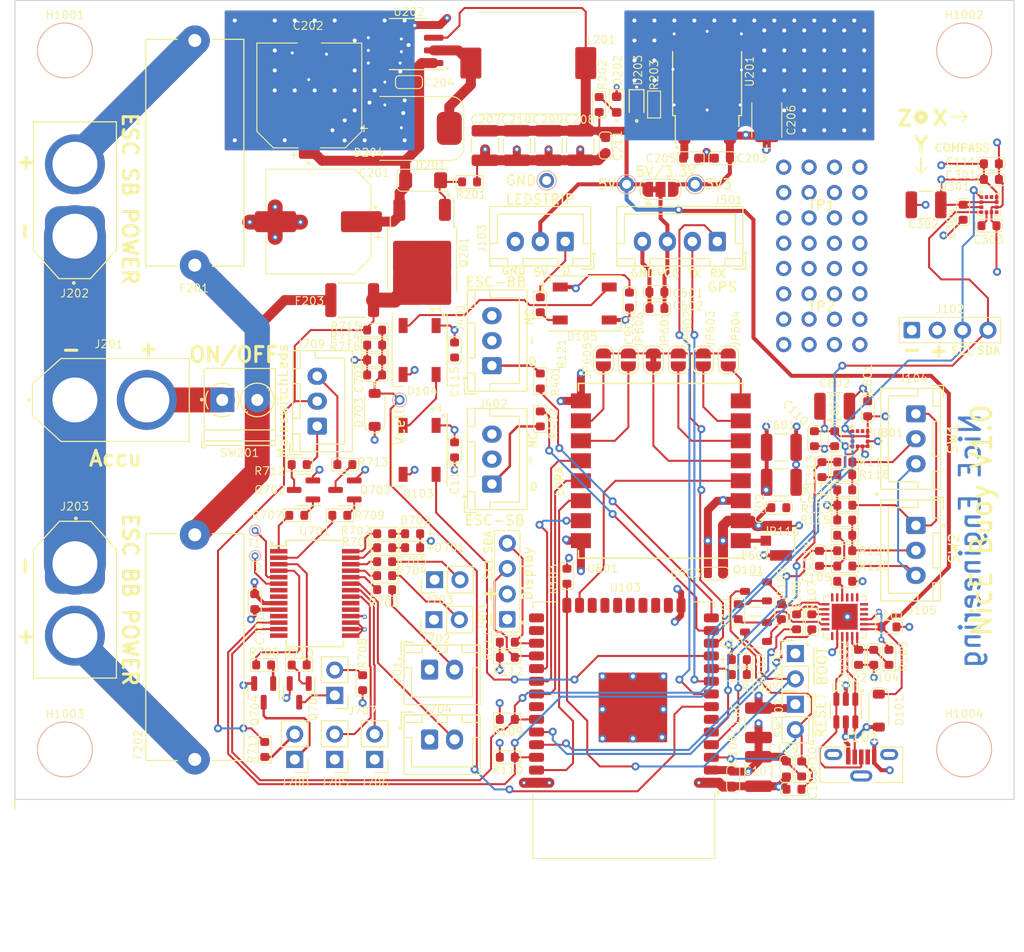
<source format=kicad_pcb>
(kicad_pcb (version 20240108) (generator "pcbnew") (generator_version "8.0")
  (layers (0 "F.Cu" signal) (1 "In1.Cu" power "GND") (2 "In2.Cu" power "+3.3V") (31 "B.Cu" signal) (34 "B.Paste" user) (35 "F.Paste" user) (36 "B.SilkS" user "B.Silkscreen") (37 "F.SilkS" user "F.Silkscreen") (38 "B.Mask" user) (39 "F.Mask" user) (44 "Edge.Cuts" user))
  (net 0 "")
  (net 1 "+5V")
  (net 2 "GND")
  (net 3 "+3.3V")
  (net 4 "/GPS/Vext")
  (net 5 "/PSU/POWER")
  (net 6 "+28V")
  (net 7 "/CPU/GPSRX")
  (net 8 "/CPU/GPSTX")
  (net 9 "SW1")
  (net 10 "SW2")
  (net 11 "SW3")
  (net 12 "/Accumonitor/GREEN")
  (net 13 "/Accumonitor/RED")
  (net 14 "/CPU/ESC_BB")
  (net 15 "/CPU/ESC_SB")
  (net 16 "LED1")
  (net 17 "LED2")
  (net 18 "LED3")
  (net 19 "/PSU/ACC")
  (net 20 "/CPU/LEDS")
  (net 21 "DR0")
  (net 22 "EN")
  (net 23 "/CPU/SDA_DISP")
  (net 24 "/CPU/SCL_DISP")
  (net 25 "RTS")
  (net 26 "DTR")
  (net 27 "/CPU/RADIO_6")
  (net 28 "/CPU/RADIO_5")
  (net 29 "/CPU/RADIO_4")
  (net 30 "/CPU/RADIO_3")
  (net 31 "/CPU/RADIO_2")
  (net 32 "RX")
  (net 33 "TX")
  (net 34 "/CPU/RADIO_1")
  (net 35 "Net-(U102-VDD)")
  (net 36 "Net-(U102-VPP)")
  (net 37 "Net-(D201-K)")
  (net 38 "Net-(U301-C1)")
  (net 39 "Net-(D101-A)")
  (net 40 "Net-(D102-K)")
  (net 41 "Net-(D103-DOUT)")
  (net 42 "Net-(D104-DOUT)")
  (net 43 "Net-(D105-DOUT)")
  (net 44 "Net-(J101-D-)")
  (net 45 "Net-(J101-D+)")
  (net 46 "Net-(D201-A)")
  (net 47 "Net-(D202-A)")
  (net 48 "Net-(D203-A)")
  (net 49 "Net-(D204-K)")
  (net 50 "Net-(D701-K)")
  (net 51 "Net-(D702-K)")
  (net 52 "Net-(J202-Pin_2)")
  (net 53 "Net-(J103-Pin_1)")
  (net 54 "Net-(J401-Pin_1)")
  (net 56 "Net-(J402-Pin_1)")
  (net 58 "Net-(J601-In)")
  (net 61 "Net-(J707-Pin_2)")
  (net 62 "Net-(JP601-B)")
  (net 63 "Net-(JP602-B)")
  (net 64 "Net-(JP603-B)")
  (net 65 "Net-(JP604-B)")
  (net 66 "Net-(JP605-B)")
  (net 67 "Net-(JP606-B)")
  (net 68 "Net-(Q101-B)")
  (net 69 "Net-(Q102-B)")
  (net 70 "Net-(J701-Pin_2)")
  (net 71 "Net-(J702-Pin_2)")
  (net 72 "Net-(J703-Pin_2)")
  (net 73 "Net-(J707-Pin_1)")
  (net 74 "Net-(U701-GPB4)")
  (net 75 "Net-(U701-GPA6)")
  (net 76 "Net-(U701-GPA7)")
  (net 77 "Net-(J708-Pin_1)")
  (net 78 "Net-(J708-Pin_2)")
  (net 79 "Net-(Q701-B)")
  (net 80 "Net-(Q702-B)")
  (net 81 "Net-(Q702-C)")
  (net 82 "Net-(Q703-B)")
  (net 83 "Net-(Q703-C)")
  (net 84 "Net-(Q704-B)")
  (net 85 "Net-(U102-~{RSTb})")
  (net 86 "Net-(U102-RXD)")
  (net 87 "Net-(U102-TXD)")
  (net 88 "/Accumonitor/Vbatt")
  (net 89 "Net-(U103-GPIO25)")
  (net 102 "Net-(U701-GPB0)")
  (net 103 "Net-(U701-GPB1)")
  (net 104 "Net-(U701-GPB2)")
  (net 105 "Net-(U701-GPB3)")
  (net 113 "Net-(J203-Pin_2)")
  (net 125 "Net-(U701-GPB5)")
  (net 126 "/CPU/SCL")
  (net 131 "/CPU/SDA")
  (net 134 "Net-(J104-Pin_1)")
  (net 135 "Net-(J104-Pin_2)")
  (net 136 "Net-(J104-Pin_3)")
  (net 137 "Net-(J105-Pin_2)")
  (net 138 "Net-(U103-GPIO36)")
  (net 139 "Net-(U103-GPIO39)")
  (footprint "A_Device:C_0603" (layer "F.Cu") (at 126.552 79.273 -90)
    (property "Reference" "C803")
    (property "Value" "100n")
  )
  (footprint "A_Pads_Pins:Testpoint_0.4x0.7" (layer "F.Cu") (at 68.5384 88.466)
    (property "Reference" "TP702" (hide yes))
    (property "Value" "T1")
  )
  (footprint "A_Device:C_0603" (layer "F.Cu") (at 116.392 113.358 -90)
    (property "Reference" "C108")
    (property "Value" "100n")
  )
  (footprint "A_Device:D_SOD-123_2.85x1.8x1.3" (layer "F.Cu") (at 130.97 106.5 -90)
    (property "Reference" "D101")
    (property "Value" "SM4007PL")
  )
  (footprint "A_Device:CP_ALU_D10x10.5" (layer "F.Cu") (at 74.886 57.536 180)
    (property "Reference" "C201")
    (property "Value" "220u/50V")
  )
  (footprint "Jumper:SolderJumper-2_P1.3mm_Open_RoundedPad1.0x1.5mm" (layer "F.Cu") (at 115.904 71.382 -90)
    (property "Reference" "JP604")
    (property "Value" "D3")
  )
  (footprint "A_Pads_Pins:Testpoint_0.6x1.0" (layer "F.Cu") (at 83.01 75.39 90)
    (property "Reference" "TP701" (hide yes))
    (property "Value" "Vcell")
  )
  (footprint "A_Device:R_0603" (layer "F.Cu") (at 127.568 85.926 180)
    (property "Reference" "R119")
    (property "Value" "100")
  )
  (footprint "A_Connector:AMASS_XT60-F_1x02_P7.20mm_Vertical" (layer "F.Cu") (at 50.51 58.99 90)
    (property "Reference" "J202")
    (property "Value" "ESC SB POWER")
  )
  (footprint "Connector_PinHeader_2.54mm:PinHeader_1x02_P2.54mm_Vertical" (layer "F.Cu") (at 72.51 111.39 180)
    (property "Reference" "J708")
    (property "Value" "Vbatt switch")
  )
  (footprint "A_Device:R_0603" (layer "F.Cu") (at 93.786 99.642)
    (property "Reference" "R111")
    (property "Value" "2.2k")
  )
  (footprint "A_Device:R_0603" (layer "F.Cu") (at 123.25 112.342 90)
    (property "Reference" "R104")
    (property "Value" "10K")
  )
  (footprint "Connector_JST:JST_XH_B3B-XH-A_1x03_P2.50mm_Vertical" (layer "F.Cu") (at 134.68 87.958 -90)
    (property "Reference" "J105")
    (property "Value" "SW2")
  )
  (footprint "A_Device:R_0603" (layer "F.Cu") (at 93.786 111.1736)
    (property "Reference" "R110")
    (property "Value" "2.2k")
  )
  (footprint "A_Device:C_0603" (layer "F.Cu") (at 141.997 57.9352)
    (property "Reference" "C303")
    (property "Value" "100n")
  )
  (footprint "Capacitor_SMD:C_1210_3225Metric" (layer "F.Cu") (at 126.552 76.02)
    (property "Reference" "C802")
    (property "Value" "10u")
  )
  (footprint "LED_SMD:LED_WS2812B_PLCC4_5.0x5.0mm_P3.2mm" (layer "F.Cu") (at 85.01 80.39 -90)
    (property "Reference" "D103")
    (property "Value" "WS2812B")
  )
  (footprint "Connector_JST:JST_XH_B3B-XH-A_1x03_P2.50mm_Vertical" (layer "F.Cu") (at 92.245 83.814 90)
    (property "Reference" "J402")
    (property "Value" "ESC-SB")
  )
  (footprint "A_Device:CP_ALU_D10x10.5" (layer "F.Cu") (at 73.969 44.896 90)
    (property "Reference" "C202")
    (property "Value" "220u/50V")
  )
  (footprint "Capacitor_SMD:C_1210_3225Metric" (layer "F.Cu") (at 121.218 83.64)
    (property "Reference" "C602")
    (property "Value" "100u/16V")
  )
  (footprint "A_Device:R_0603" (layer "F.Cu") (at 93.786 107.389)
    (property "Reference" "R109")
    (property "Value" "2.2k")
  )
  (footprint "A_Device:R_0603" (layer "F.Cu") (at 81.51 91.59)
    (property "Reference" "R705")
    (property "Value" "100")
  )
  (footprint "RF_Module:Ai-Thinker-Ra-01-LoRa" (layer "F.Cu") (at 109.154 82.482 180)
    (property "Reference" "U601")
    (property "Value" "Ai-Thinker-Ra-01")
  )
  (footprint "A_Misc:ReworkPins" (layer "F.Cu") (at 125.26 55.89)
    (property "Reference" "TP1")
    (property "Value" "RW1")
  )
  (footprint "A_Connector:Header_1x04_P2.54_Male" (layer "F.Cu") (at 93.786 93.546 90)
    (property "Reference" "J901")
    (property "Value" "Display")
  )
  (footprint "A_Device:R_0603" (layer "F.Cu") (at 81.51 90.19)
    (property "Reference" "R701")
    (property "Value" "1k")
  )
  (footprint "A_Device:R_0603" (layer "F.Cu") (at 93.786 101.166)
    (property "Reference" "R112")
    (property "Value" "2.2k")
  )
  (footprint "Connector_JST:JST_XH_B3B-XH-A_1x03_P2.50mm_Vertical" (layer "F.Cu") (at 74.76 78.012 90)
    (property "Reference" "J709")
    (property "Value" "MainswitchLeds")
  )
  (footprint "A_Device:L_11.5x10.0mm" (layer "F.Cu") (at 95.889 41.656)
    (property "Reference" "L201")
    (property "Value" "68uH/3A")
  )
  (footprint "A_Device:C_0603" (layer "F.Cu") (at 129.854 76.274 90)
    (property "Reference" "C801")
    (property "Value" "100n")
  )
  (footprint "A_Device:R_0603" (layer "F.Cu") (at 127.556 82.878)
    (property "Reference" "R118")
    (property "Value" "10K")
  )
  (footprint "Package_TO_SOT_SMD:SOT-23" (layer "F.Cu") (at 73.3875 84.402 180)
    (property "Reference" "Q702")
    (property "Value" "MMBT5551L")
  )
  (footprint "A_Device:R_0603" (layer "F.Cu") (at 97.088 65.86 -90)
    (property "Reference" "R121")
    (property "Value" "100")
  )
  (footprint "A_Connector:AMASS_XT60-M_1x02_P7.20mm_Vertical" (layer "F.Cu") (at 50.51 75.39)
    (property "Reference" "J201")
    (property "Value" "Accu")
  )
  (footprint "Package_TO_SOT_SMD:SOT-23-6" (layer "F.Cu") (at 127.668 106.5 -90)
    (property "Reference" "U101")
    (property "Value" "SRV05-4")
  )
  (footprint "A_Mechanical:NPTH_M3" (layer "F.Cu") (at 49.51 110.39)
    (property "Reference" "H1003")
    (property "Value" "MountingHole")
  )
  (footprint "Jumper:SolderJumper-2_P1.3mm_Open_RoundedPad1.0x1.5mm" (layer "F.Cu") (at 110.904 71.382 -90)
    (property "Reference" "JP602")
    (property "Value" "D1")
  )
  (footprint "A_Connector:AMASS_XT60-F_1x02_P7.20mm_Vertical" (layer "F.Cu") (at 50.51 91.79 -90)
    (property "Reference" "J203")
    (property "Value" "ESC BB POWER")
  )
  (footprint "A_Pads_Pins:Testpoint_0.9x1.5" (layer "F.Cu") (at 112.582 53.795)
    (property "Reference" "TP202" (hide yes))
    (property "Value" "3V3")
  )
  (footprint "Package_TO_SOT_SMD:SOT-23" (layer "F.Cu") (at 77.53 84.402 180)
    (property "Reference" "Q703")
    (property "Value" "MMBT5551L")
  )
  (footprint "A_Device:LED_0603" (layer "F.Cu") (at 84.31 88.79)
    (property "Reference" "D702")
    (property "Value" "RED")
  )
  (footprint "LED_SMD:LED_0603_1608Metric" (layer "F.Cu") (at 104.729 45.806 -90)
    (property "Reference" "D202")
    (property "Value" "5V")
  )
  (footprint "A_Device:C_0603" (layer "F.Cu") (at 114.614 92.784)
    (property "Reference" "C603")
    (property "Value" "100n")
  )
  (footprint "A_Mechanical:NPTH_M3" (layer "F.Cu") (at 49.51 40.39)
    (property "Reference" "H1001")
    (property "Value" "MountingHole")
  )
  (footprint "Capacitor_SMD:C_1210_3225Metric" (layer "F.Cu") (at 101.089 49.911 -90)
    (property "Reference" "C208")
    (property "Value" "100u/16V")
  )
  (footprint "A_Device:C_0603" (layer "F.Cu") (at 120.964 86.18 180)
    (property "Reference" "C702")
    (property "Value" "100n")
  )
  (footprint "Package_TO_SOT_SMD:TO-252-2" (layer "F.Cu") (at 113.783 43.601 90)
    (property "Reference" "U201")
    (property "Value" "AP7363")
  )
  (footprint "Fuse:Fuseholder_Cylinder-5x20mm_Schurter_0031_8201_Horizontal_Open" (layer "F.Cu") (at 62.51 39.39 -90)
    (property "Reference" "F201")
    (property "Value" "10A/T")
  )
  (footprint "A_Device:R_0603" (layer "F.Cu") (at 97.088 73.492 90)
    (property "Reference" "R401")
    (property "Value" "100")
  )
  (footprint "LED_SMD:LED_WS2812B_PLCC4_5.0x5.0mm_P3.2mm" (layer "F.Cu") (at 101.533 65.733)
    (property "Reference" "D105")
    (property "Value" "WS2812B")
  )
  (footprint "A_Device:C_0603" (layer "F.Cu") (at 88.51 80.39 -90)
    (property "Reference" "C112")
    (property "Value" "100n")
  )
  (footprint "A_Device:D_SOD-123_2.85x1.8x1.3" (layer "F.Cu") (at 80.51 76.39 90)
    (property "Reference" "D703")
    (property "Value" "SM4007PL")
  )
  (footprint "Connector_PinHeader_2.54mm:PinHeader_1x02_P2.54mm_Vertical" (layer "F.Cu") (at 122.615 100.785)
    (property "Reference" "SW101")
    (property "Value" "~{BOOT}")
  )
  (footprint "Jumper:SolderJumper-2_P1.3mm_Open_RoundedPad1.0x1.5mm" (layer "F.Cu") (at 113.404 71.382 -90)
    (property "Reference" "JP603")
    (property "Value" "D2")
  )
  (footprint "A_Device:R_0603" (layer "F.Cu") (at 69.51 110.39 -90)
    (property "Reference" "R711")
    (property "Value" "100")
  )
  (footprint "A_Device:R_0603" (layer "F.Cu") (at 80.51 71.39 180)
    (property "Reference" "R716")
    (property "Value" "1k")
  )
  (footprint "Capacitor_SMD:C_1210_3225Metric" (layer "F.Cu") (at 135.6978 55.8524 180)
    (property "Reference" "C302")
    (property "Value" "10u")
  )
  (footprint "LED_SMD:LED_WS2812B_PLCC4_5.0x5.0mm_P3.2mm" (layer "F.Cu") (at 85.01 70.39 -90)
    (property "Reference" "D104")
    (property "Value" "WS2812B")
  )
  (footprint "A_Device:R_0603" (layer "F.Cu") (at 127.568 92.022)
    (property "Reference" "R120")
    (property "Value" "100")
  )
  (footprint "A_Device:R_0603" (layer "F.Cu") (at 72.958 101.928 180)
    (property "Reference" "R706")
    (property "Value" "1k")
  )
  (footprint "A_Device:R_0603" (layer "F.Cu") (at 108.479 45.806 90)
    (property "Reference" "R203")
    (property "Value" "1k")
  )
  (footprint "Capacitor_SMD:C_1210_3225Metric" (layer "F.Cu") (at 121.218 80.14)
    (property "Reference" "C601")
    (property "Value" "100u/16V")
  )
  (footprint "A_Device:C_0603" (layer "F.Cu") (at 103.629 49.911 -90)
    (property "Reference" "C211")
    (property "Value" "100n")
  )
  (footprint "A_Device:R_0603" (layer "F.Cu") (at 99.755 93.038 -90)
    (property "Reference" "R103")
    (property "Value" "10K")
  )
  (footprint "Package_TO_SOT_SMD:TO-252-2" (layer "F.Cu") (at 85.26 61.396 -90)
    (property "Reference" "Q201")
    (property "Value" "NCE01P30K")
  )
  (footprint "Connector_PinHeader_2.54mm:PinHeader_1x02_P2.54mm_Vertical" (layer "F.Cu") (at 86.445 97.39 90)
    (property "Reference" "J702")
    (property "Value" "LED2")
  )
  (footprint "A_Device:R_0603" (layer "F.Cu") (at 127.556 87.414 180)
    (property "Reference" "R115")
    (property "Value" "10K")
  )
  (footprint "A_Pads_Pins:Testpoint_0.9x1.5" (layer "F.Cu") (at 97.723 53.414)
    (property "Reference" "TP201" (hide yes))
    (property "Value" "GND")
  )
  (footprint "A_Device:LED_0603" (layer "F.Cu") (at 117.01 101.39 180)
    (property "Reference" "D102")
    (property "Value" "GREEN")
  )
  (footprint "A_Device:D_MiniMELF" (layer "F.Cu") (at 85.36 53.39)
    (property "Reference" "D201")
    (property "Value" "ZMM5V6-M")
  )
  (footprint "A_Pads_Pins:Testpoint_0.9x1.5" (layer "F.Cu") (at 105.724 53.795)
    (property "Reference" "TP203" (hide yes))
    (property "Value" "5V")
  )
  (footprint "A_Mechanical:NPTH_M3" (layer "F.Cu") (at 139.51 40.39)
    (property "Reference" "H1002")
    (property "Value" "MountingHole")
  )
  (footprint "Connector_PinHeader_2.54mm:PinHeader_1x02_P2.54mm_Vertical" (layer "F.Cu") (at 80.51 111.39 180)
    (property "Reference" "J706")
    (property "Value" "SW2")
  )
  (footprint "Jumper:SolderJumper-2_P1.3mm_Open_RoundedPad1.0x1.5mm" (layer "F.Cu") (at 105.904 71.382 -90)
    (property "Reference" "JP606")
    (property "Value" "D5")
  )
  (footprint "Connector_JST:JST_XH_B3B-XH-A_1x03_P2.50mm_Vertical" (layer "F.Cu") (at 99.588 59.527 180)
    (property "Reference" "J103")
    (property "Value" "LEDSTRIP")
  )
  (footprint "A_Device:R_0603" (layer "F.Cu") (at 81.51 94.39)
    (property "Reference" "R703")
    (property "Value" "100")
  )
  (footprint "A_Device:R_0603" (layer "F.Cu") (at 117.01 102.89)
    (property "Reference" "R108")
    (property "Value" "1k")
  )
  (footprint "A_Device:C_0603" (layer "F.Cu") (at 115.313 51.181 180)
    (property "Reference" "C205")
    (property "Value" "100n")
  )
  (footprint "Connector_JST:JST_XH_B3B-XH-A_1x03_P2.50mm_Vertical" (layer "F.Cu") (at 92.245 71.956 90)
    (property "Reference" "J401")
    (property "Value" "ESC-BB")
  )
  (footprint "Capacitor_SMD:C_1210_3225Metric" (layer "F.Cu") (at 91.564 49.911 -90)
    (property "Reference" "C207")
    (property "Value" "100u/16V")
  )
  (footprint "A_Device:R_0603" (layer "F.Cu") (at 127.568 81.608)
    (property "Reference" "R113")
    (property "Value" "100")
  )
  (footprint "A_Device:R_0603" (layer "F.Cu") (at 80.51 69.89 180)
    (property "Reference" "R714")
    (property "Value" "1k")
  )
  (footprint "Jumper:SolderJumper-2_P1.3mm_Open_RoundedPad1.0x1.5mm" (layer "F.Cu") (at 103.404 71.382 -90)
    (property "Reference" "JP605")
    (property "Value" "D4")
  )
  (footprint "A_Device:CP_TANT_3.5x2.8x1.9" (layer "F.Cu") (at 119.758 47.371 -90)
    (property "Reference" "C206")
    (property "Value" "100u/6.3V")
  )
  (footprint "A_Device:R_0603" (layer "F.Cu") (at 77.53 81.862 180)
    (property "Reference" "R713")
    (property "Value" "4.7k")
  )
  (footprint "Connector_PinHeader_2.54mm:PinHeader_1x02_P2.54mm_Vertical" (layer "F.Cu") (at 76.51 111.39 180)
    (property "Reference" "J705")
    (property "Value" "SW3")
  )
  (footprint "A_Device:C_0603" (layer "F.Cu") (at 139.408 56.5912 -90)
    (property "Reference" "C304")
    (property "Value" "100n")
  )
  (footprint "Package_DFN_QFN:QFN-24-1EP_4x4mm_P0.5mm_EP2.6x2.6mm" (layer "F.Cu") (at 127.556 97.102 90)
    (property "Reference" "U102")
    (property "Value" "CP2104-F03-GMR")
  )
  (footprint "A_Device:R_0603" (layer "F.Cu") (at 69.402 101.928)
    (property "Reference" "R710")
    (property "Value" "1k")
  )
  (footprint "LED_SMD:LED_0603_1608Metric" (layer "F.Cu") (at 106.729 45.806 -90)
    (property "Reference" "D203")
    (property "Value" "3.3V")
  )
  (footprint "A_IC_SOT:SOT-23_1.4x3_P0.95" (layer "F.Cu") (at 118.678 98.626)
    (property "Reference" "Q102")
    (property "Value" "2N7002")
  )
  (footprint "A_Device:R_0603" (layer "F.Cu") (at 90.01 53.556 180)
    (property "Reference" "R201")
    (property "Value" "100" (hide yes))
  )
  (footprint "Package_TO_SOT_SMD:SOT-23" (layer "F.Cu") (at 72.958 104.722 -90)
    (property "Reference" "Q701")
    (property "Value" "MMBT5551L")
  )
  (footprint "A_Device:C_0603" (layer "F.Cu") (at 128.938 101.166 90)
    (property "Reference" "C102")
    (property "Value" "4.7u")
  )
  (footprint "A_Device:R_0603" (layer "F.Cu") (at 97.088 77.29 -90)
    (property "Reference" "R402")
    (property "Value" "100")
  )
  (footprint "A_Device:R_0603" (layer "F.Cu") (at 127.556 88.938)
    (property "Reference" "R116")
    (property "Value" "10K")
  )
  (footprint "A_Device:R_0603" (layer "F.Cu") (at 72.716 86.942)
    (property "Reference" "R707")
    (property "Value" "1k")
  )
  (footprint "Connector_JST:JST_XH_B3B-XH-A_1x03_P2.50mm_Vertical" (layer "F.Cu") (at 134.68 76.782 -90)
    (property "Reference" "J104")
    (property "Value" "SW1")
  )
  (footprint "A_Device:C_0603" (layer "F.Cu") (at 125.282 82.37 -90)
    (property "Reference" "C113")
    (property "Value" "1n")
  )
  (footprint "A_Device:D_SMC_7.1x6.2x2.65" (layer "F.Cu") (at 84.579 48.196 180)
    (property "Reference" "D204")
    (property "Value" "SS36-E3/57T")
  )
  (footprint "A_Device:R_0603" (layer "F.Cu") (at 81.51 88.79)
    (property "Reference" "R702")
    (property "Value" "1k")
  )
  (footprint "A_Connector:Header_1x04_P2.54_Male" (layer "F.Cu") (at 138.0836 68.4)
    (property "Reference" "J102")
    (property "Value" "Display")
  )
  (footprint "Package_SO:SSOP-28_5.3x10.2mm_P0.65mm" (layer "F.Cu") (at 74.51 94.765)
    (property "Reference" "U701")
    (property "Value" "MCP23017_SS")
  )
  (footprint "Capacitor_SMD:C_1210_3225Metric" (layer "F.Cu") (at 97.914 49.911 -90)
    (property "Reference" "C209")
    (property "Value" "100u/16V")
  )
  (footprint "TerminalBlock_Phoenix:TerminalBlock_Phoenix_PT-1,5-2-3.5-H_1x02_P3.50mm_Horizontal" (layer "F.Cu") (at 65.26 75.39)
    (property "Reference" "SW201")
    (property "Value" "ON/OFF")
  )
  (footprint "A_Device:C_0603" (layer "F.Cu") (at 108.76 66.2335 180)
    (property "Reference" "C502")
    (property "Value" "100n")
  )
  (footprint "Package_LGA:LGA-12_2x2mm_P0.5mm" (layer "F.Cu") (at 129.092 79.273)
    (property "Reference" "U801")
    (property "Value" "LIS2HH12")
  )
  (footprint "Connector_PinHeader_2.54mm:PinHeader_1x02_P2.54mm_Vertical" (layer "F.Cu") (at 122.615 105.865)
    (property "Reference" "SW102")
    (property "Value" "~{RESET}")
  )
  (footprint "A_Device:R_0603" (layer "F.Cu") (at 127.556 84.402 180)
    (property "Reference" "R117")
    (property "Value" "10K")
  )
  (footprint "A_Device:C_0603" (layer "F.Cu") (at 68.51 95.59 -90)
    (property "Reference" "C701")
    (property "Value" "100n")
  )
  (footprint "A_Device:C_0603" (layer "F.Cu") (at 142.239 53.3124)
    (property "Reference" "C301")
    (property "Value" "100n")
  )
  (footprint "A_Device:R_0603" (layer "F.Cu") (at 116.9 96.594 -90)
    (property "Reference" "R101")
    (property "Value" "10K")
  )
  (footprint "Fuse:Fuseholder_Cylinder-5x20mm_Schurter_0031_8201_Horizontal_Open" (layer "F.Cu") (at 62.51 111.39 90)
    (property "Reference" "F202")
    (property "Value" "10A/T")
  )
  (footprint "A_IC_SOT:SOT-23_1.4x3_P0.95" (layer "F.Cu") (at 118.678 94.562)
    (property "Reference" "Q101")
    (property "Value" "2N7002")
  )
  (footprint "Jumper:SolderJumper-3_P1.3mm_Bridged12_RoundedPad1.0x1.5mm" (layer "F.Cu") (at 109.123 54.303)
    (property "Reference" "JP501" (hide yes))
    (property "Value" "5V/3.3V")
  )
  (footprint "A_Device:R_0603" (layer "F.Cu") (at 79.308 103.706 90)
    (property "Reference" "R708")
    (property "Value" "100")
  )
  (footprint "A_Device:LED_0603" (layer "F.Cu") (at 84.31 90.19)
    (property "Reference" "D701")
    (property "Value" "GREEN")
  )
  (footprint "A_Device:C_0603" (layer "F.Cu") (at 127.556 93.546 180)
    (property "Reference" "C105")
    (property "Value" "4.7u")
  )
  (footprint "A_Device:C_0603" (layer "F.Cu") (at 106.01 65.39 -90)
    (property "Reference" "C901")
    (property "Value" "100n")
  )
  (footprint "A_Device:C_0603" (layer "F.Cu") (at 80.51 72.89 180)
    (property "Reference" "C703")
    (property "Value" "1n")
  )
  (footprint "A_Device:R_0603" (layer "F.Cu") (at 72.958 81.862 180)
    (property "Reference" "R712")
    (property "Value" "4.7k")
  )
  (footprint "A_Device:C_0603" (layer "F.Cu") (at 88.51 70.39 -90)
    (property "Reference" "C115")
    (property "Value" "100n")
  )
  (footprint "A_Device:R_0603" (layer "F.Cu") (at 81.51 92.99)
    (property "Reference" "R704")
    (property "Value" "100")
  )
  (footprint "A_Device:C_0603" (layer "F.Cu") (at 131.986 98.118 180)
    (property "Reference" "C101")
    (property "Value" "4.7u")
  )
  (footprint "Connector_PinHeader_2.54mm:PinHeader_1x02_P2.54mm_Vertical" (layer "F.Cu") (at 86.51 93.39 90)
    (property "Reference" "J703")
    (property "Value" "LED3")
  )
  (footprint "Connector_Coaxial:U.FL_Hirose_U.FL-R-SMT-1_Vertical" (layer "F.Cu") (at 120.71 89.482)
    (property "Reference" "J601")
    (property "Value" "Conn_Coaxial")
  )
  (footprint "A_Device:R_0603" (layer "F.Cu") (at 77.022 86.942)
    (property "Reference" "R709")
    (property "Value" "1k")
  )
  (footprint "Connector_PinHeader_2.54mm:PinHeader_1x02_P2.54mm_Vertical" (layer "F.Cu") (at 76.514 104.976 180)
    (property "Reference" "J707")
    (property "Value" "3.3V switch")
  )
  (footprint "A_Device:C_0603" (layer "F.Cu") (at 112.138 51.181)
    (property "Reference" "C203")
    (property "Value" "100n")
  )
  (footprint "A_Device:C_0603" (layer "F.Cu") (at 108.76 64.5825 180)
    (property "Reference" "C501")
    (property "Value" "100n")
  )
  (footprint "Connector_USB:USB_Micro-B_Molex-105133-0001" (layer "F.Cu") (at 129.21 111.965)
    (property "Reference" "J101")
    (property "Value" "1051330011")
  )
  (footprint "A_Device:C_0603" (layer "F.Cu") (at 130.462 101.166 90)
    (property "Reference" "C104")
    (property "Value" "100n")
  )
  (footprint "A_Device:C_0603" (layer "F.Cu") (at 121.726 112.342 -90)
    (property "Reference" "C109")
    (property "Value" "100n")
  )
  (footprint "A_Device:R_0603" (layer "F.Cu") (at 102.979 45.806 90)
    (property "Reference" "R202")
    (property "Value" "1.5k")
  )
  (footprint "Package_SO:SOIC-8_3.9x4.9mm_P1.27mm" (layer "F.Cu") (at 83.944 39.751 180)
    (property "Reference" "U202")
    (property "Value" "XL1509-5.0E1")
  )
  (footprint "A_Misc:ReworkPins" (layer "F.Cu") (at 125.26 66.034)
    (property "Reference" "TP2")
    (property "Value" "RW2")
  )
  (footprint "A_Device:R_0603" (layer "F.Cu") (at 122.742 97.61 90)
    (property "Reference" "R106")
    (property "Value" "120E")
  )
  (footprint "Package_TO_SOT_SMD:SOT-23" (layer "F.Cu") (at 69.402 104.722 -90)
    (property "Reference" "Q704")
    (property "Value" "MMBT5551L")
  )
  (footprint "Connector_JST:JST_XH_B2B-XH-A_1x02_P2.50mm_Vertical" (layer "F.Cu") (at 86.01 102.39)
    (property "Reference" "J701")
    (property "Value" "LED1")
  )
  (footprint "Capacitor_SMD:C_1210_3225Metric" (layer "F.Cu") (at 118.932 112.596 -90)
    (property "Reference" "C107")
    (property "Value" "100u/16V")
  )
  (footprint "Capacitor_SMD:C_1210_3225Metric" (layer "F.Cu") (at 94.739 49.911 -90)
    (property "Reference" "C210")
    (property "Value" "100u/16V")
  )
  (footprint "A_Device:R_0603" (layer "F.Cu") (at 121.218 96.594 90)
    (property "Reference" "R102")
    (property "Value" "10K")
  )
  (footprint "Fuse:Fuse_1812_4532Metric" (layer "F.Cu") (at 78.26 65.39)
    (property "Reference" "F203")
    (property "Value" "3AT")
  )
  (footprint "Capacitor_SMD:C_1210_3225Metric" (layer "F.Cu") (at 118.932 107.721 90)
    (property "Reference" "C106")
    (property "Value" "100u/16V")
  )
  (footprint "A_Device:R_0603" (layer "F.Cu") (at 131.986 101.166 90)
    (property "Reference" "R105")
    (property "Value" "10K")
  )
  (footprint "A_Pads_Pins:Testpoint_0.4x0.7" (layer "F.Cu") (at 68.5384 91.006)
    (property "Reference" "TP703" (hide yes))
    (property "Value" "T2")
  )
  (footprint "Package_LGA:LGA-12_2x2mm_P0.5mm" (layer "F.Cu") (at 141.997 55.8332)
    (property "Reference" "U301")
    (property "Value" "LSM303C")
  )
  (footprint "A_Mechanical:NPTH_M3" (layer "F.Cu") (at 139.51 110.39)
    (property "Reference" "H1004")
    (property "Value" "MountingHole")
  )
  (footprint "A_Device:R_0603" (layer "F.Cu") (at 80.51 68.39)
    (property "Reference" "R715")
    (property "Value" "6.2k")
  )
  (footprint "A_Device:C_0603" (layer "F.Cu") (at 142.239 51.7394)
    (property "Reference" "C111")
    (property "Value" "100n")
  )
  (footprint "A_Device:R_0603" (layer "F.Cu") (at 127.556 90.498)
    (property "Reference" "R114")
    (property "Value" "100")
  )
  (footprint "A_Device:C_0603" (layer "F.Cu") (at 124.52 79.273 -90)
    (property "Reference" "C110")
    (property "Value" "100n")
  )
  (footprint "Jumper:SolderJumper-2_P1.3mm_Bridged_RoundedPad1.0x1.5mm" (layer "F.Cu") (at 108.404 71.382 -90)
    (property "Reference" "JP601")
    (property "Value" "D0")
  )
  (footprint "Connector_JST:JST_XH_B4B-XH-A_1x04_P2.50mm_Vertical" (layer "F.Cu") (at 114.808 59.527 180)
    (property "Reference" "J501")
    (property "Value" "GPS")
  )
  (footprint "A_Device:C_0603" (layer "F.Cu") (at 83.944 43.561 180)
    (property "Reference" "C204")
    (property "Value" "100n")
  )
  (footprint "Connector_JST:JST_XH_B2B-XH-A_1x02_P2.50mm_Vertical" (layer "F.Cu") (at 86.01 109.39)
    (property "Reference" "J704")
    (property "Value" "SW1")
  )
  (footprint "A_Device:C_0603" (layer "F.Cu") (at 122.476 114.374 180)
    (property "Reference" "C103")
    (property "Value" "100n")
  )
  (footprint "A_Device:R_0603" (layer "F.Cu") (at 124.266 97.61 90)
    (property "Reference" "R107")
    (property "Value" "120E")
  )
  (footprint "A_Device:C_0603" (layer "F.Cu") (at 125.028 91.26 -90)
    (property "Reference" "C114")
    (property "Value" "1n")
  )
  (footprint "A_Module:ESP32-WROOM-32" (layer "F.Cu") (at 105.49 115.04 180)
    (property "Reference" "U103")
    (property "Value" "ESP32-WROOM-32E_(visible_peripherals)")
  )
  (gr_circle (center 83.0672 101.3692) (end 83.0418 101.3438) (stroke (width 0.15)) (fill none) (layer "F.SilkS"))
  (gr_circle (center 106.74 47.445) (end 106.7146 47.4196) (stroke (width 0.15)) (fill none) (layer "F.SilkS"))
  (gr_circle (center 89.4934 85.0878) (end 89.468 85.0624) (stroke (width 0.15)) (fill none) (layer "F.SilkS"))
  (gr_line (start 44.51 114.882) (end 44.51 116.3044) (stroke (width 0.15)) (layer "F.SilkS"))
  (gr_circle (center 130.743 84.8338) (end 130.7176 84.8084) (stroke (width 0.15)) (fill none) (layer "F.SilkS"))
  (gr_circle (center 110.7532 50.0866) (end 110.7278 50.0612) (stroke (width 0.15)) (fill none) (layer "F.SilkS"))
  (gr_circle (center 125.8154 99.3372) (end 125.79 99.3118) (stroke (width 0.15)) (fill none) (layer "F.SilkS"))
  (gr_circle (center 50.4028 63.6756) (end 50.3774 63.6502) (stroke (width 0.15)) (fill none) (layer "F.SilkS"))
  (gr_circle (center 97.977 63.3962) (end 97.9516 63.3708) (stroke (width 0.15)) (fill none) (layer "F.SilkS"))
  (gr_circle (center 123.8596 105.0776) (end 123.8342 105.0522) (stroke (width 0.15)) (fill none) (layer "F.SilkS"))
  (gr_circle (center 80.578 56.081) (end 80.5526 56.0556) (stroke (width 0.15)) (fill none) (layer "F.SilkS"))
  (gr_circle (center 104.7334 47.4196) (end 104.708 47.3942) (stroke (width 0.15)) (fill none) (layer "F.SilkS"))
  (gr_line (start 139.8108 47.0132) (end 139.3028 46.5052) (stroke (width 0.15)) (layer "F.SilkS"))
  (gr_line (start 135.188 52.652) (end 135.696 52.144) (stroke (width 0.15)) (layer "F.SilkS"))
  (gr_line (start 135.188 52.652) (end 134.68 52.144) (stroke (width 0.15)) (layer "F.SilkS"))
  (gr_circle (center 118.6018 90.2186) (end 118.5764 90.1932) (stroke (width 0.15)) (fill none) (layer "F.SilkS"))
  (gr_circle (center 137.474 87.958) (end 137.4486 87.9326) (stroke (width 0.15)) (fill none) (layer "F.SilkS"))
  (gr_circle (center 70.2148 89.7106) (end 70.1894 89.6852) (stroke (width 0.15)) (fill none) (layer "F.SilkS"))
  (gr_line (start 135.188 51.128) (end 135.188 52.652) (stroke (width 0.15)) (layer "F.SilkS"))
  (gr_circle (center 87.3852 76.9344) (end 87.3598 76.909) (stroke (width 0.15)) (fill none) (layer "F.SilkS"))
  (gr_circle (center 89.4934 73.2006) (end 89.468 73.1752) (stroke (width 0.15)) (fill none) (layer "F.SilkS"))
  (gr_line (start 138.236 47.0132) (end 139.76 47.0132) (stroke (width 0.15)) (layer "F.SilkS"))
  (gr_circle (center 135.188 47.064) (end 135.388 47.064) (stroke (width 0.5)) (fill none) (layer "F.SilkS"))
  (gr_line (start 139.8108 47.0132) (end 139.3028 47.5212) (stroke (width 0.15)) (layer "F.SilkS"))
  (gr_circle (center 141.1824 54.5316) (end 141.157 54.5062) (stroke (width 0.15)) (fill none) (layer "F.SilkS"))
  (gr_circle (center 45.9324 75.385) (end 45.907 75.3596) (stroke (width 0.15)) (fill none) (layer "F.SilkS"))
  (gr_circle (center 95.3354 97.6862) (end 95.31 97.6608) (stroke (width 0.15)) (fill none) (layer "F.SilkS"))
  (gr_circle (center 87.4106 66.9014) (end 87.3852 66.876) (stroke (width 0.15)) (fill none) (layer "F.SilkS"))
  (gr_circle (center 50.606 87.2468) (end 50.5806 87.2214) (stroke (width 0.15)) (fill none) (layer "F.SilkS"))
  (gr_circle (center 87.9186 54.8618) (end 87.8932 54.8364) (stroke (width 0.15)) (fill none) (layer "F.SilkS"))
  (gr_circle (center 117.6366 60.7038) (end 117.6112 60.6784) (stroke (width 0.15)) (fill none) (layer "F.SilkS"))
  (gr_circle (center 63.2044 75.3596) (end 63.179 75.3342) (stroke (width 0.15)) (fill none) (layer "F.SilkS"))
  (gr_circle (center 73.8724 51.6614) (end 73.847 51.636) (stroke (width 0.15)) (fill none) (layer "F.SilkS"))
  (gr_circle (center 102.4474 60.7546) (end 102.422 60.7292) (stroke (width 0.15)) (fill none) (layer "F.SilkS"))
  (gr_circle (center 128.33 77.9776) (end 128.3046 77.9522) (stroke (width 0.15)) (fill none) (layer "F.SilkS"))
  (gr_circle (center 129.3206 104.5188) (end 129.2952 104.4934) (stroke (width 0.15)) (fill none) (layer "F.SilkS"))
  (gr_circle (center 87.7408 42.1872) (end 87.7154 42.1618) (stroke (width 0.15)) (fill none) (layer "F.SilkS"))
  (gr_circle (center 114.9188 114.7296) (end 114.8934 114.7042) (stroke (width 0.15)) (fill none) (layer "F.SilkS"))
  (gr_circle (center 83.118 108.2272) (end 83.0926 108.2018) (stroke (width 0.15)) (fill none) (layer "F.SilkS"))
  (gr_circle (center 123.8342 99.896) (end 123.8088 99.8706) (stroke (width 0.15)) (fill none) (layer "F.SilkS"))
  (gr_rect (start 44.51 35.39) (end 144.51 115.39) (stroke (width 0.1)) (fill none) (layer "Edge.Cuts"))
  (gr_text "NicE Engineering" (at 141.284 76.528 90) (layer "B.Cu") (effects (font (size 2 2) (thickness 0.3)) (justify left bottom mirror)))
  (gr_text "RX" (at 113.9536 63.193 0) (layer "F.SilkS") (effects (font (size 0.8 0.8) (thickness 0.15) (bold yes)) (justify left bottom)))
  (gr_text "5V" (at 96.3006 63.0914 0) (layer "F.SilkS") (effects (font (size 0.8 0.8) (thickness 0.15) (bold yes)) (justify left bottom)))
  (gr_text "SDA" (at 140.7252 70.9146 0) (layer "F.SilkS") (effects (font (size 0.8 0.8) (thickness 0.15) (bold yes)) (justify left bottom)))
  (gr_text "D" (at 95.9196 84.5544 0) (layer "F.SilkS") (effects (font (size 0.8 0.8) (thickness 0.15) (bold yes)) (justify left bottom)))
  (gr_text "GND" (at 93.1002 62.9136 0) (layer "F.SilkS") (effects (font (size 0.8 0.8) (thickness 0.15) (bold yes)) (justify left bottom)))
  (gr_text "D" (at 95.818 72.0322 0) (layer "F.SilkS") (effects (font (size 0.8 0.8) (thickness 0.15) (bold yes)) (justify left bottom)))
  (gr_text "+" (at 90.992 95.578 0) (layer "F.SilkS") (effects (font (size 1.5 1.5) (thickness 0.3) (bold yes)) (justify left bottom)))
  (gr_text "SCL" (at 92.389 93.4698 90) (layer "F.SilkS") (effects (font (size 0.8 0.8) (thickness 0.15) (bold yes)) (justify left bottom)))
  (gr_text "NicE Buoy V1.0" (at 142.427 99.261 90) (layer "F.SilkS") (effects (font (size 2 2) (thickness 0.3)) (justify left bottom)))
  (gr_text "NC" (at 96.4276 68.019 90) (layer "F.SilkS") (effects (font (size 0.8 0.8) (thickness 0.15) (bold yes)) (justify left bottom)))
  (gr_text "X" (at 136.204 48.0292 0) (layer "F.SilkS") (effects (font (size 1.5 1.5) (thickness 0.3) (bold yes)) (justify left bottom)))
  (gr_text "COMPASS" (at 136.458 50.62 0) (layer "F.SilkS") (effects (font (size 0.8 0.8) (thickness 0.15) (bold yes)) (justify left bottom)))
  (gr_text "-" (at 44.76 90.89 270) (layer "F.SilkS") (effects (font (size 1.5 1.5) (thickness 0.3) (bold yes)) (justify left bottom)))
  (gr_text "D" (at 99.1962 62.939 0) (layer "F.SilkS") (effects (font (size 0.8 0.8) (thickness 0.15) (bold yes)) (justify left bottom)))
  (gr_text "Z" (at 132.648 48.08 0) (layer "F.SilkS") (effects (font (size 1.5 1.5) (thickness 0.3) (bold yes)) (justify left bottom)))
  (gr_text "VCC" (at 108.6704 63.193 0) (layer "F.SilkS") (effects (font (size 0.8 0.8) (thickness 0.15) (bold yes)) (justify left bottom)))
  (gr_text "+" (at 44.51 52.39 0) (layer "F.SilkS") (effects (font (size 1.5 1.5) (thickness 0.3) (bold yes)) (justify left bottom)))
  (gr_text "-" (at 133.156 71.194 0) (layer "F.SilkS") (effects (font (size 1.5 1.5) (thickness 0.3) (bold yes)) (justify left bottom)))
  (gr_text "TX" (at 111.7184 63.193 0) (layer "F.SilkS") (effects (font (size 0.8 0.8) (thickness 0.15) (bold yes)) (justify left bottom)))
  (gr_text "-" (at 46.26 59.64 90) (layer "F.SilkS") (effects (font (size 1.5 1.5) (thickness 0.3) (bold yes)) (justify left bottom)))
  (gr_text "GND" (at 106.0288 63.1422 0) (layer "F.SilkS") (effects (font (size 0.8 0.8) (thickness 0.15) (bold yes)) (justify left bottom)))
  (gr_text "-" (at 96.5038 82.0906 90) (layer "F.SilkS") (effects (font (size 0.8 0.8) (thickness 0.15) (bold yes)) (justify left bottom)))
  (gr_text "-" (at 96.6308 70.0256 90) (layer "F.SilkS") (effects (font (size 0.8 0.8) (thickness 0.15) (bold yes)) (justify left bottom)))
  (gr_text "Y" (at 135.188 50.7216 0) (layer "F.SilkS") (effects (font (size 1.5 1.5) (thickness 0.3) (bold yes)) (justify bottom)))
  (gr_text "SDA" (at 92.3636 90.8536 90) (layer "F.SilkS") (effects (font (size 0.8 0.8) (thickness 0.15) (bold yes)) (justify left bottom)))
  (gr_text "+" (at 136.204 69.416 -90) (layer "F.SilkS") (effects (font (size 1.5 1.5) (thickness 0.3) (bold yes)) (justify left bottom)))
  (gr_text "SCL" (at 138.109 70.94 0) (layer "F.SilkS") (effects (font (size 0.8 0.8) (thickness 0.15) (bold yes)) (justify left bottom)))
  (gr_text "+" (at 56.76 71.14 0) (layer "F.SilkS") (effects (font (size 1.5 1.5) (thickness 0.3) (bold yes)) (justify left bottom)))
  (gr_text "-" (at 92.9478 98.499 90) (layer "F.SilkS") (effects (font (size 1.5 1.5) (thickness 0.3) (bold yes)) (justify left bottom)))
  (gr_text "+" (at 44.51 99.89 0) (layer "F.SilkS") (effects (font (size 1.5 1.5) (thickness 0.3) (bold yes)) (justify left bottom)))
  (gr_text "NC" (at 96.834 80.338 90) (layer "F.SilkS") (effects (font (size 0.8 0.8) (thickness 0.15) (bold yes)) (justify left bottom)))
  (gr_text "-" (at 51.26 69.64 180) (layer "F.SilkS") (effects (font (size 1.5 1.5) (thickness 0.3) (bold yes)) (justify left bottom)))
  (gr_text "LORA" (at 99.51 85.14 90) (layer "F.SilkS") (effects (font (size 0.8 0.8) (thickness 0.15) (bold yes)) (justify left bottom)))
  (segment (start 129.4935 97.852) (end 130.97 97.852) (width 0.2) (layer "F.Cu") (net 1))
  (segment (start 118.424 69.162) (end 118.424 57.351) (width 0.4) (layer "F.Cu") (net 1))
  (segment (start 103.248 48.436) (end 105.479 48.436) (width 0.8) (layer "F.Cu") (net 1))
  (segment (start 105.724 48.69) (end 105.978 48.436) (width 0.4) (layer "F.Cu") (net 1))
  (segment (start 132.62 104.85) (end 130.97 104.85) (width 0.2) (layer "F.Cu") (net 1))
  (segment (start 133.256 100.15) (end 133.256 104.214) (width 0.2) (layer "F.Cu") (net 1))
  (segment (start 101.639 41.656) (end 101.639 47.886) (width 1) (layer "F.Cu") (net 1))
  (segment (start 100.898 53.795) (end 97.088 57.605) (width 0.4) (layer "F.Cu") (net 1))
  (segment (start 110.931 56.462) (end 110.931 56.335) (width 0.4) (layer "F.Cu") (net 1))
  (segment (start 101.089 48.436) (end 102.904 48.436) (width 0.8) (layer "F.Cu") (net 1))
  (segment (start 97.088 57.605) (end 97.088 59.527) (width 0.4) (layer "F.Cu") (net 1))
  (segment (start 105.724 53.795) (end 105.724 48.681) (width 0.4) (layer "F.Cu") (net 1))
  (segment (start 107.823 54.303) (end 107.315 53.795) (width 0.4) (layer "F.Cu") (net 1))
  (segment (start 133.256 104.214) (end 132.62 104.85) (width 0.2) (layer "F.Cu") (net 1))
  (segment (start 136.204 72.972) (end 137.982 74.75) (width 0.4) (layer "F.Cu") (net 1))
  (segment (start 137.982 74.75) (end 137.982 92.149) (width 0.4) (layer "F.Cu") (net 1))
  (segment (start 129.4935 98.352) (end 131.002 98.352) (width 0.2) (layer "F.Cu") (net 1))
  (segment (start 101.26 36.14) (end 89.51 36.14) (width 0.2) (layer "F.Cu") (net 1))
  (segment (start 89.51 36.14) (end 89.01 36.64) (width 0.2) (layer "F.Cu") (net 1))
  (segment (start 107.315 53.795) (end 105.724 53.795) (width 0.4) (layer "F.Cu") (net 1))
  (segment (start 102.564 48.436) (end 101.089 48.436) (width 0.2) (layer "F.Cu") (net 1))
  (segment (start 101.639 47.886) (end 101.089 48.436) (width 1) (layer "F.Cu") (net 1))
  (segment (start 118.424 69.162) (end 122.234 72.972) (width 0.4) (layer "F.Cu") (net 1))
  (segment (start 111.503 51.066) (end 111.388 51.181) (width 0.8) (layer "F.Cu") (net 1))
  (segment (start 131.236 98.118) (end 131.236 98.13) (width 0.2) (layer "F.Cu") (net 1))
  (segment (start 105.724 53.795) (end 105.724 48.69) (width 0.4) (layer "F.Cu") (net 1))
  (segment (start 105.724 48.681) (end 105.479 48.436) (width 0.4) (layer "F.Cu") (net 1))
  (segment (start 122.234 72.972) (end 136.204 72.972) (width 0.4) (layer "F.Cu") (net 1))
  (segment (start 105.479 48.436) (end 105.978 48.436) (width 0.8) (layer "F.Cu") (net 1))
  (segment (start 111.503 48.641) (end 111.503 51.066) (width 0.8) (layer "F.Cu") (net 1))
  (segment (start 101.639 36.519) (end 101.26 36.14) (width 0.2) (layer "F.Cu") (net 1))
  (segment (start 87.784 39.116) (end 86.419 39.116) (width 0.2) (layer "F.Cu") (net 1))
  (segment (start 105.978 48.436) (end 111.298 48.436) (width 0.8) (layer "F.Cu") (net 1))
  (segment (start 102.994 46.851) (end 102.994 48.006) (width 0.2) (layer "F.Cu") (net 1))
  (segment (start 102.994 48.006) (end 102.564 48.436) (width 0.2) (layer "F.Cu") (net 1))
  (segment (start 130.97 97.852) (end 131.236 98.118) (width 0.2) (layer "F.Cu") (net 1))
  (segment (start 102.904 48.436) (end 103.629 49.161) (width 0.8) (layer "F.Cu") (net 1))
  (segment (start 133.156 96.975) (end 132.379 96.975) (width 0.4) (layer "F.Cu") (net 1))
  (segment (start 89.01 37.89) (end 87.784 39.116) (width 0.2) (layer "F.Cu") (net 1))
  (segment (start 131.236 98.13) (end 133.256 100.15) (width 0.2) (layer "F.Cu") (net 1))
  (segment (start 105.724 53.795) (end 100.898 53.795) (width 0.4) (layer "F.Cu") (net 1))
  (segment (start 117.535 56.462) (end 110.931 56.462) (width 0.4) (layer "F.Cu") (net 1))
  (segment (start 111.298 48.436) (end 111.503 48.641) (width 0.8) (layer "F.Cu") (net 1))
  (segment (start 132.379 96.975) (end 131.236 98.118) (width 0.4) (layer "F.Cu") (net 1))
  (segment (start 131.002 98.352) (end 131.236 98.118) (width 0.2) (layer "F.Cu") (net 1))
  (segment (start 91.564 48.436) (end 101.089 48.436) (width 1) (layer "F.Cu") (net 1))
  (segment (start 118.424 57.351) (end 117.535 56.462) (width 0.4) (layer "F.Cu") (net 1))
  (segment (start 89.01 36.64) (end 89.01 37.89) (width 0.2) (layer "F.Cu") (net 1))
  (segment (start 101.639 41.656) (end 101.639 36.519) (width 0.2) (layer "F.Cu") (net 1))
  (segment (start 137.982 92.149) (end 133.156 96.975) (width 0.4) (layer "F.Cu") (net 1))
  (via (at 110.931 56.335) (size 0.8) (drill 0.4) (layers "F.Cu" "B.Cu") (net 1))
  (segment (start 105.724 55.319) (end 105.724 53.795) (width 0.4) (layer "B.Cu") (net 1))
  (segment (start 110.931 56.335) (end 106.74 56.335) (width 0.4) (layer "B.Cu") (net 1))
  (segment (start 106.74 56.335) (end 105.724 55.319) (width 0.4) (layer "B.Cu") (net 1))
  (segment (start 126.806 88.938) (end 127.506 89.638) (width 0.2) (layer "F.Cu") (net 2))
  (segment (start 87.054 37.846) (end 87.76 37.14) (width 0.8) (layer "F.Cu") (net 2))
  (segment (start 90.76 53.556) (end 90.76 51.801) (width 0.2) (layer "F.Cu") (net 2))
  (segment (start 114.22 113.727) (end 114.983 113.727) (width 1) (layer "F.Cu") (net 2))
  (segment (start 79.378 98.372) (end 79.507 98.372) (width 0.2) (layer "F.Cu") (net 2))
  (segment (start 88.51 81.14) (end 88.51 82.39) (width 0.2) (layer "F.Cu") (net 2))
  (segment (start 113.783 42.17) (end 117.218 38.735) (width 0.8) (layer "F.Cu") (net 2))
  (segment (start 127.568 81.1) (end 127.568 82.116) (width 0.2) (layer "F.Cu") (net 2))
  (segment (start 128.027 75.5985) (end 129.3835 74.242) (width 0.2) (layer "F.Cu") (net 2))
  (segment (start 121.185 88.007) (end 122.947 88.007) (width 0.2) (layer "F.Cu") (net 2))
  (segment (start 84.06 82.84) (end 84.51 82.39) (width 0.2) (layer "F.Cu") (net 2))
  (segment (start 81.469 37.846) (end 81.469 43.434) (width 1) (layer "F.Cu") (net 2))
  (segment (start 119.758 43.942) (end 118.157 42.341) (width 0.8) (layer "F.Cu") (net 2))
  (segment (start 142.297 56.0832) (end 142.247 56.1332) (width 0.2) (layer "F.Cu") (net 2))
  (segment (start 142.7595 56.0832) (end 142.297 56.0832) (width 0.2) (layer "F.Cu") (net 2))
  (segment (start 81.596 43.561) (end 81.531 43.561) (width 1) (layer "F.Cu") (net 2))
  (segment (start 101.089 51.386) (end 102.904 51.386) (width 1) (layer "F.Cu") (net 2))
  (segment (start 78.11 97.69) (end 78.76 97.69) (width 0.2) (layer "F.Cu") (net 2))
  (segment (start 127.822 97.102) (end 127.556 97.102) (width 0.2) (layer "F.Cu") (net 2))
  (segment (start 81.531 43.496) (end 81.469 43.434) (width 1) (layer "F.Cu") (net 2))
  (segment (start 126.806 100.15) (end 126.298 100.658) (width 0.2) (layer "F.Cu") (net 2))
  (segment (start 118.932 87.958) (end 118.981 88.007) (width 1) (layer "F.Cu") (net 2))
  (segment (start 128.938 101.916) (end 130.462 101.916) (width 0.2) (layer "F.Cu") (net 2))
  (segment (start 113.783 42.341) (end 110.41 42.341) (width 0.8) (layer "F.Cu") (net 2))
  (segment (start 83.51 37.39) (end 83.966 37.846) (width 0.8) (layer "F.Cu") (net 2))
  (segment (start 113.783 42.031) (end 110.487 38.735) (width 0.8) (layer "F.Cu") (net 2))
  (segment (start 132.736 98.118) (end 134.018 98.118) (width 0.2) (layer "F.Cu") (net 2))
  (segment (start 121.726 113.092) (end 121.726 113.358) (width 0.8) (layer "F.Cu") (net 2))
  (segment (start 73.09 57.581) (end 68.01 57.581) (width 1.5) (layer "F.Cu") (net 2))
  (segment (start 119.758 45.821) (end 119.758 43.942) (width 0.8) (layer "F.Cu") (net 2))
  (segment (start 74.038 43.18) (end 73.911 43.307) (width 1) (layer "F.Cu") (net 2))
  (segment (start 79.88 40.386) (end 83.055 40.386) (width 0.8) (layer "F.Cu") (net 2))
  (segment (start 99.152 75.482) (end 99.122 75.512) (width 0.8) (layer "F.Cu") (net 2))
  (segment (start 91.564 51.386) (end 91.564 50.292) (width 1) (layer "F.Cu") (net 2))
  (segment (start 101.154 75.482) (end 101.154 72.718) (width 0.8) (layer "F.Cu") (net 2))
  (segment (start 142.989 51.7394) (end 142.989 53.3124) (width 0.2) (layer "F.Cu") (net 2))
  (segment (start 126.806 97.852) (end 127.822 97.102) (width 0.2) (layer "F.Cu") (net 2))
  (segment (start 130.462 101.916) (end 130.462 103.198) (width 0.2) (layer "F.Cu") (net 2))
  (segment (start 118.932 106.246) (end 118.932 105.007636) (width 0.8) (layer "F.Cu") (net 2))
  (segment (start 121.185 90.957) (end 119.4926 90.957) (width 0.4) (layer "F.Cu") (net 2))
  (segment (start 128.842 80.0355) (end 129.342 80.0355) (width 0.2) (layer "F.Cu") (net 2))
  (segment (start 83.055 39.116) (end 83.182 39.243) (width 0.8) (layer "F.Cu") (net 2))
  (segment (start 83.36 82.84) (end 84.06 82.84) (width 0.2) (layer "F.Cu") (net 2))
  (segment (start 81.469 43.434) (end 81.469 45.785) (width 1) (layer "F.Cu") (net 2))
  (segment (start 143.3686 55.8524) (end 143.3686 53.692) (width 0.2) (layer "F.Cu") (net 2))
  (segment (start 79.499 40.767) (end 79.88 40.386) (width 1) (layer "F.Cu") (net 2))
  (segment (start 130.51 109.6794) (end 130.5144 109.675) (width 0.4) (layer "F.Cu") (net 2))
  (segment (start 72.26 40.64) (end 75.562 40.64) (width 1) (layer "F.Cu") (net 2))
  (segment (start 118.981 88.007) (end 121.185 88.007) (width 1) (layer "F.Cu") (net 2))
  (segment (start 128.027 76.02) (end 128.027 75.5985) (width 0.2) (layer "F.Cu") (net 2))
  (segment (start 128.842 80.0355) (end 128.842 80.334) (width 0.2) (layer "F.Cu") (net 2))
  (segment (start 101.154 89.482) (end 99.784087 89.482) (width 0.8) (layer "F.Cu") (net 2))
  (segment (start 81.469 37.846) (end 81.51 37.39) (width 0.8) (layer "F.Cu") (net 2))
  (segment (start 129.842 80.0355) (end 129.8545 80.023) (width 0.2) (layer "F.Cu") (net 2))
  (segment (start 129.854 75.524) (end 129.854 74.7125) (width 0.2) (layer "F.Cu") (net 2))
  (segment (start 130.51 111.14) (end 130.51 111.7534) (width 0.4) (layer "F.Cu") (net 2))
  (segment (start 78.76 98.99) (end 79.378 98.372) (width 0.2) (layer "F.Cu") (net 2))
  (segment (start 67.5455 103.7845) (end 67.37 103.96) (width 0.25) (layer "F.Cu") (net 2))
  (segment (start 127.668 105.3625) (end 127.668 103.96) (width 0.4) (layer "F.Cu") (net 2))
  (segment (start 99.784087 89.482) (end 99.67 89.367913) (width 0.8) (layer "F.Cu") (net 2))
  (segment (start 78.76 97.69) (end 79.442 98.372) (width 0.2) (layer "F.Cu") (net 2))
  (segment (start 127.822 80.846) (end 127.568 81.1) (width 0.2) (layer "F.Cu") (net 2))
  (segment (start 101.154 89.482) (end 101.154 92.53) (width 0.8) (layer "F.Cu") (net 2))
  (segment (start 72.008 103.7845) (end 72.008 104.91) (width 0.2) (layer "F.Cu") (net 2))
  (segment (start 127.506 91.334) (end 126.818 92.022) (width 0.2) (layer "F.Cu") (net 2))
  (segment (start 107.308 61.688) (end 107.308 59.527) (width 0.4) (layer "F.Cu") (net 2))
  (segment (start 79.475 98.34) (end 79.507 98.372) (width 0.2) (layer "F.Cu") (net 2))
  (segment (start 129.854 74.7125) (end 129.3835 74.242) (width 0.2) (layer "F.Cu") (net 2))
  (segment (start 118.727 88.007) (end 118.883 88.007) (width 1) (layer "F.Cu") (net 2))
  (segment (start 78.11 98.34) (end 79.475 98.34) (width 0.2) (layer "F.Cu") (net 2))
  (segment (start 79.88 39.116) (end 83.055 39.116) (width 0.8) (layer "F.Cu") (net 2))
  (segment (start 139.408 57.3412) (end 137.830995 58.918205) (width 0.2) (layer "F.Cu") (net 2))
  (segment (start 84.466 37.846) (end 84.51 37.89) (width 0.8) (layer "F.Cu") (net 2))
  (segment (start 101.154 75.482) (end 99.152 75.482) (width 0.8) (layer "F.Cu") (net 2))
  (segment (start 125.536 80.289) (end 125.27 80.023) (width 0.2) (layer "F.Cu") (net 2))
  (segment (start 142.247 56.5957) (end 142.247 57.4352) (width 0.2) (layer "F.Cu") (net 2))
  (segment (start 81.469 45.785) (end 81.531 45.847) (width 1) (layer "F.Cu") (net 2))
  (segment (start 84.51 72.39) (end 84.06 72.84) (width 0.2) (layer "F.Cu") (net 2))
  (segment (start 81.469 45.909) (end 81.469 47.906) (width 1) (layer "F.Cu") (net 2))
  (segment (start 130.51 111.14) (end 130.51 109.6794) (width 0.4) (layer "F.Cu") (net 2))
  (segment (start 143.3686 53.692) (end 142.989 53.3124) (width 0.2) (layer "F.Cu") (net 2))
  (segment (start 111.185 96.975) (end 110.55 97.61) (width 0.6) (layer "F.Cu") (net 2))
  (segment (start 50.51 91.79) (end 50.51 75.39) (width 6.2) (layer "F.Cu") (net 2))
  (segment (start 113.783 38.487) (end 113.789 38.481) (width 0.8) (layer "F.Cu") (net 2))
  (segment (start 78.4675 83.452) (end 78.48 83.452) (width 0.2) (layer "F.Cu") (net 2))
  (segment (start 84.51 37.89) (end 84.554 37.846) (width 0.8) (layer "F.Cu") (net 2))
  (segment (start 78.11 98.99) (end 78.76 98.99) (width 0.2) (layer "F.Cu") (net 2))
  (segment (start 122.107 106.246) (end 122.615 105.738) (width 0.8) (layer "F.Cu") (net 2))
  (segment (start 106.729 44.056) (end 106.729 45.0185) (width 0.25) (layer "F.Cu") (net 2))
  (segment (start 113.783 42.341) (end 113.783 38.487) (width 0.8) (layer "F.Cu") (net 2))
  (segment (start 126.564 83.12) (end 126.806 82.878) (width 0.2) (layer "F.Cu") (net 2))
  (segment (start 142.989 51.7394) (end 142.989 49.785) (width 0.2) (layer "F.Cu") (net 2))
  (segment (start 116.429 114.071) (end 116.392 114.108) (width 0.8) (layer "F.Cu") (net 2))
  (segment (start 119.948 86.18) (end 118.424 87.704) (width 0.4) (layer "F.Cu") (net 2))
  (segment (start 120.214 86.18) (end 119.948 86.18) (width 0.4) (layer "F.Cu") (net 2))
  (segment (start 118.932 114.071) (end 120.915 114.071) (width 0.8) (layer "F.Cu") (net 2))
  (segment (start 118.932 106.246) (end 122.107 106.246) (width 0.8) (layer "F.Cu") (net 2))
  (segment (start 142.247 56.1332) (end 142.247 56.5957) (width 0.2) (layer "F.Cu") (net 2))
  (segment (start 131.2256 112.469) (end 132.0638 112.469) (width 0.4) (layer "F.Cu") (net 2))
  (segment (start 114.563 51.181) (end 113.662 51.181) (width 0.8) (layer "F.Cu") (net 2))
  (segment (start 108.01 62.39) (end 107.308 61.688) (width 0.4) (layer "F.Cu") (net 2))
  (segment (start 73.911 43.307) (end 73.911 37.989) (width 1) (layer "F.Cu") (net 2))
  (segment (start 70.55 59.105) (end 70.55 56.057) (width 1.5) (layer "F.Cu") (net 2))
  (segment (start 74.325 83.035) (end 74.99 82.37) (width 0.2) (layer "F.Cu") (net 2))
  (segment (start 130.87 79.523) (end 129.8545 79.523) (width 0.2) (layer "F.Cu") (net 2))
  (segment (start 122.693 80.14) (end 122.693 78.101) (width 0.4) (layer "F.Cu") (net 2))
  (segment (start 81.531 43.561) (end 81.531 43.496) (width 1) (layer "F.Cu") (net 2))
  (segment (start 104.729 44.056) (end 104.729 45.0185) (width 0.25) (layer "F.Cu") (net 2))
  (segment (start 68.452 103.7845) (end 67.5455 103.7845) (width 0.25) (layer "F.Cu") (net 2))
  (segment (start 81.277 43.307) (end 81.531 43.561) (width 1) (layer "F.Cu") (net 2))
  (segment (start 118.424 87.704) (end 118.727 88.007) (width 1) (layer "F.Cu") (net 2))
  (segment (start 118.202 87.482) (end 118.424 87.704) (width 1) (layer "F.Cu") (net 2))
  (segment (start 86.419 37.846) (end 87.054 37.846) (width 0.8) (layer "F.Cu") (net 2))
  (segment (start 114.22 113.727) (end 112.951 113.727) (width 1) (layer "F.Cu") (net 2))
  (segment (start 122.693 83.64) (end 122.693 80.14) (width 0.4) (layer "F.Cu") (net 2))
  (segment (start 83.182 48.133) (end 79.245 48.133) (width 1.5) (layer "F.Cu") (net 2))
  (segment (start 142.747 57.9352) (end 142.747 62.497) (width 0.2) (layer "F.Cu") (net 2))
  (segment (start 129.6 80.846) (end 129.342 80.588) (width 0.2) (layer "F.Cu") (net 2))
  (segment (start 50.51 58.99) (end 50.51 75.39) (width 6.2) (layer "F.Cu") (net 2))
  (segment (start 75.689 40.767) (end 79.499 40.767) (width 1) (layer "F.Cu") (net 2))
  (segment (start 118.932 105.007636) (end 118.950097 104.989539) (width 0.8) (layer "F.Cu") (net 2))
  (segment (start 128.33 80.846) (end 127.822 80.846) (width 0.2) (layer "F.Cu") (net 2))
  (segment (start 83.36 72.84) (end 84.06 72.84) (width 0.2) (layer "F.Cu") (net 2))
  (segment (start 127.568 82.116) (end 126.806 82.878) (width 0.2) (layer "F.Cu") (net 2))
  (segment (start 83.055 40.386) (end 83.182 40.513) (width 0.8) (layer "F.Cu") (net 2))
  (segment (start 83.194 43.561) (end 81.596 43.561) (width 1) (layer "F.Cu") (net 2))
  (segment (start 74.325 83.452) (end 74.325 83.035) (width 0.2) (layer "F.Cu") (net 2))
  (segment (start 143.1378 56.0832) (end 143.3686 55.8524) (width 0.2) (layer "F.Cu") (net 2))
  (segment (start 72.008 104.91) (end 71.688 105.23) (width 0.2) (layer "F.Cu") (net 2))
  (segment (start 118.932 114.071) (end 116.429 114.071) (width 0.8) (layer "F.Cu") (net 2))
  (segment (start 137.830995 58.918205) (end 137.441945 58.918205) (width 0.2) (layer "F.Cu") (net 2))
  (segment (start 125.802 80.023) (end 125.536 80.289) (width 0.2) (layer "F.Cu") (net 2))
  (segment (start 126.818 92.022) (end 125.04 92.022) (width 0.2) (layer "F.Cu") (net 2))
  (segment (start 113.783 42.341) (end 113.783 46.355) (width 0.8) (layer "F.Cu") (net 2))
  (segment (start 110.41 42.341) (end 110.36 42.291) (width 0.8) (layer "F.Cu") (net 2))
  (segment (start 142.989 49.785) (end 142.808 49.604) (width 0.2) (layer "F.Cu") (net 2))
  (segment (start 120.915 114.071) (end 120.964 114.12) (width 0.8) (layer "F.Cu") (net 2))
  (segment (start 129.8545 79.523) (end 129.8545 80.023) (width 0.2) (layer "F.Cu") (net 2))
  (segment (start 111.185 95.967) (end 111.185 94.689) (width 0.6) (layer "F.Cu") (net 2))
  (segment (start 68.51 96.978) (end 68.132 97.356) (width 0.4) (layer "F.Cu") (net 2))
  (segment (start 84.554 37.846) (end 86.419 37.846) (width 0.8) (layer "F.Cu") (net 2))
  (segment (start 113.729 50.556) (end 113.662 51.181) (width 0.8) (layer "F.Cu") (net 2))
  (segment (start 129.342 80.588) (end 129.342 80.0355) (width 0.2) (layer "F.Cu") (net 2))
  (segment (start 115.364 114.108) (end 116.392 114.108) (width 1) (layer "F.Cu") (net 2))
  (segment (start 142.747 62.497) (end 142.808 62.558) (width 0.2) (layer "F.Cu") (net 2))
  (segment (start 108.01 66.2335) (end 108.01 64.5825) (width 0.4) (layer "F.Cu") (net 2))
  (segment (start 83.966 37.846) (end 84.466 37.846) (width 0.8) (layer "F.Cu") (net 2))
  (segment (start 118.157 42.341) (end 117.218 42.341) (width 0.8) (layer "F.Cu") (net 2))
  (segment (start 126.552 80.023) (end 125.802 80.023) (width 0.2) (layer "F.Cu") (net 2))
  (segment (start 115.852 87.482) (end 115.376 87.958) (width 1) (layer "F.Cu") (net 2))
  (segment (start 68.56 96.39) (end 68.51 96.34) (width 0.4) (layer "F.Cu") (net 2))
  (segment (start 114.983 113.727) (end 115.364 114.108) (width 1) (layer "F.Cu") (net 2))
  (segment (start 113.783 42.551) (end 110.487 45.847) (width 0.8) (layer "F.Cu") (net 2))
  (segment (start 111.185 94.689) (end 110.804 94.308) (width 0.6) (layer "F.Cu") (net 2))
  (segment (start 128.842 80.334) (end 128.33 80.846) (width 0.2) (layer "F.Cu") (net 2))
  (segment (start 75.562 40.64) (end 75.689 40.767) (width 1) (layer "F.Cu") (net 2))
  (segment (start 115.376 92.772) (end 115.364 92.784) (width 1) (layer "F.Cu") (net 2))
  (segment (start 118.883 88.007) (end 118.932 87.958) (width 1) (layer "F.Cu") (net 2))
  (segment (start 129.342 80.0355) (end 129.842 80.0355) (width 0.2) (layer "F.Cu") (net 2))
  (segment (start 79.76 71.39) (end 78.51 71.39) (width 0.2) (layer "F.Cu") (net 2))
  (segment (start 73.911 37.989) (end 74.51 37.39) (width 1) (layer "F.Cu") (net 2))
  (segment (start 122.947 88.007) (end 122.996 87.958) (width 0.2) (layer "F.Cu") (net 2))
  (segment (start 127.506 89.638) (end 127.506 91.334) (width 0.2) (layer "F.Cu") (net 2))
  (segment (start 79.76 69.89) (end 79.76 72.89) (width 0.2) (layer "F.Cu") (net 2))
  (segment (start 95.449 113.727) (end 95.448995 113.727005) (width 1) (layer "F.Cu") (net 2))
  (segment (start 119.4926 90.957) (end 119.4654 90.9298) (width 0.4) (layer "F.Cu") (net 2))
  (segment (start 83.51 37.39) (end 72.51 37.39) (width 0.8) (layer "F.Cu") (net 2))
  (segment (start 103.983 67.383) (end 105.596 67.383) (width 0.4) (layer "F.Cu") (net 2))
  (segment (start 106.01 66.14) (end 106.01 66.971) (width 0.2) (layer "F.Cu") (net 2))
  (segment (start 111.185 95.967) (end 111.185 96.975) (width 0.6) (layer "F.Cu") (net 2))
  (segment (start 79.88 41.656) (end 83.055 41.656) (width 0.8) (layer "F.Cu") (net 2))
  (segment (start 126.806 99.0395) (end 126.806 97.852) (width 0.2) (layer "F.Cu") (net 2))
  (segment (start 101.089 51.386) (end 91.564 51.386) (width 1) (layer "F.Cu") (net 2))
  (segment (start 113.783 51.06) (end 113.729 50.556) (width 0.8) (layer "F.Cu") (net 2))
  (segment (start 102.904 51.386) (end 103.629 50.661) (width 1) (layer "F.Cu") (net 2))
  (segment (start 96.72 113.727) (end 98.002404 113.727) (width 1) (layer "F.Cu") (net 2))
  (segment (start 115.376 89.482) (end 115.376 92.772) (width 1) (layer "F.Cu") (net 2))
  (segment (start 94.739 51.386) (end 94.739 50.292) (width 0.8) (layer "F.Cu") (net 2))
  (segment (start 126.806 99.0395) (end 126.806 100.15) (width 0.2) (layer "F.Cu") (net 2))
  (segment (start 142.247 57.4352) (end 142.747 57.9352) (width 0.2) (layer "F.Cu") (net 2))
  (segment (start 108.01 64.5825) (end 108.01 62.39) (width 0.4) (layer "F.Cu") (net 2))
  (segment (start 113.783 42.539) (end 117.091 45.847) (width 0.8) (layer "F.Cu") (net 2))
  (segment (start 128.306 93.546) (end 129.346 93.546) (width 0.2) (layer "F.Cu") (net 2))
  (segment (start 68.51 96.34) (end 68.51 96.978) (width 0.4) (layer "F.Cu") (net 2))
  (segment (start 96.72 113.727) (end 95.449 113.727) (width 1) (layer "F.Cu") (net 2))
  (segment (start 117.154 87.482) (end 118.202 87.482) (width 1) (layer "F.Cu") (net 2))
  (segment (start 101.089 51.386) (end 101.089 50.292) (width 0.8) (layer "F.Cu") (net 2))
  (segment (start 115.376 87.958) (end 115.376 89.482) (width 1) (layer "F.Cu") (net 2))
  (segment (start 142.7595 56.0832) (end 143.1378 56.0832) (width 0.2) (layer "F.Cu") (net 2))
  (segment (start 73.911 43.307) (end 81.277 43.307) (width 1) (layer "F.Cu") (net 2))
  (segment (start 125.27 80.023) (end 124.52 80.023) (width 0.2) (layer "F.Cu") (net 2))
  (segment (start 125.04 92.022) (end 125.028 92.01) (width 0.2) (layer "F.Cu") (net 2))
  (segment (start 70.91 96.39) (end 68.56 96.39) (width 0.4) (layer "F.Cu") (net 2))
  (segment (start 97.914 51.386) (end 97.914 50.292) (width 0.8) (layer "F.Cu") (net 2))
  (segment (start 113.662 51.181) (end 112.888 51.181) (width 0.8) (layer "F.Cu") (net 2))
  (segment (start 121.726 113.358) (end 120.964 114.12) (width 0.8) (layer "F.Cu") (net 2))
  (segment (start 106.01 66.971) (end 105.597 67.384) (width 0.2) (layer "F.Cu") (net 2))
  (segment (start 78.48 83.452) (end 79.562 82.37) (width 0.2) (layer "F.Cu") (net 2))
  (segment (start 81.531 45.847) (end 81.469 45.909) (width 1) (layer "F.Cu") (net 2))
  (segment (start 122.693 78.101) (end 122.742 78.052) (width 0.4) (layer "F.Cu") (net 2))
  (segment (start 105.596 67.383) (end 105.597 67.384) (width 0.4) (layer "F.Cu") (net 2))
  (segment (start 130.51 111.7534) (end 131.2256 112.469) (width 0.4) (layer "F.Cu") (net 2))
  (segment (start 113.783 42.341) (end 117.218 42.341) (width 0.8) (layer "F.Cu") (net 2))
  (segment (start 134.2228 55.8524) (end 135.647 55.8524) (width 0.2) (layer "F.Cu") (net 2))
  (segment (start 125.282 83.12) (end 126.564 83.12) (width 0.2) (layer "F.Cu") (net 2))
  (segment (start 79.442 98.372) (end 79.507 98.372) (width 0.2) (layer "F.Cu") (net 2))
  (segment (start 117.154 87.482) (end 115.852 87.482) (width 1) (layer "F.Cu") (net 2))
  (via (at 132.0638 112.469) (size 0.8) (drill 0.4) (layers "F.Cu" "B.Cu") (net 2))
  (via (at 81.51 37.39) (size 0.8) (drill 0.4) (layers "F.Cu" "B.Cu") (net 2))
  (via (at 122.693 81.862) (size 0.8) (drill 0.4) (layers "F.Cu" "B.Cu") (net 2))
  (via (at 79.507 98.372) (size 0.45) (drill 0.25) (layers "F.Cu" "B.Cu") (net 2))
  (via (at 74.99 82.37) (size 0.8) (drill 0.4) (layers "F.Cu" "B.Cu") (net 2))
  (via (at 127.51 42.39) (size 0.8) (drill 0.4) (layers "F.Cu" "B.Cu") (net 2))
  (via (at 71.688 105.23) (size 0.8) (drill 0.4) (layers "F.Cu" "B.Cu") (net 2))
  (via (at 66.51 49.39) (size 0.8) (drill 0.4) (layers "F.Cu" "B.Cu") (net 2))
  (via (at 106.51 41.39) (size 0.8) (drill 0.4) (layers "F.Cu" "B.Cu") (net 2))
  (via (at 79.88 40.386) (size 0.6) (drill 0.3) (layers "F.Cu" "B.Cu") (net 2))
  (via (at 70.55 59.105) (size 0.6) (drill 0.3) (layers "F.Cu" "B.Cu") (net 2))
  (via (at 91.564 50.292) (size 0.6) (drill 0.3) (layers "F.Cu" "B.Cu") (net 2))
  (via (at 67.37 103.96) (size 0.8) (drill 0.4) (layers "F.Cu" "B.Cu") (net 2))
  (via (at 130.87 79.523) (size 0.8) (drill 0.4) (layers "F.Cu" "B.Cu") (net 2))
  (via (at 108.51 39.39) (size 0.8) (drill 0.4) (layers "F.Cu" "B.Cu") (net 2))
  (via (at 129.3835 74.242) (size 0.8) (drill 0.4) (layers "F.Cu" "B.Cu") (net 2))
  (via (at 123.51 42.39) (size 0.8) (drill 0.4) (layers "F.Cu" "B.Cu") (net 2))
  (via (at 119.51 40.39) (size 0.8) (drill 0.4) (layers "F.Cu" "B.Cu") (net 2))
  (via (at 103.311 109.294) (size 0.8) (drill 0.4) (layers "F.Cu" "B.Cu") (net 2))
  (via (at 128.51 37.39) (size 0.8) (drill 0.4) (layers "F.Cu" "B.Cu") (net 2))
  (via (at 123.51 44.39) (size 0.8) (drill 0.4) (layers "F.Cu" "B.Cu") (net 2))
  (via (at 79.88 41.656) (size 0.6) (drill 0.3) (layers "F.Cu" "B.Cu") (net 2))
  (via (at 113.729 50.556) (size 0.6) (drill 0.3) (layers "F.Cu" "B.Cu") (net 2))
  (via (at 121.51 44.39) (size 0.8) (drill 0.4) (layers "F.Cu" "B.Cu") (net 2))
  (via (at 129.6 80.846) (size 0.8) (drill 0.4) (layers "F.Cu" "B.Cu") (net 2))
  (via (at 119.51 42.39) (size 0.8) (drill 0.4) (layers "F.Cu" "B.Cu") (net 2))
  (via (at 119.4654 90.9298) (size 0.8) (drill 0.4) (layers "F.Cu" "B.Cu") (net 2))
  (via (at 123.51 46.39) (size 0.8) (drill 0.4) (layers "F.Cu" "B.Cu") (net 2))
  (via (at 119.51 38.39) (size 0.8) (drill 0.4) (layers "F.Cu" "B.Cu") (net 2))
  (via (at 70.51 40.39) (size 0.8) (drill 0.4) (layers "F.Cu" "B.Cu") (net 2))
  (via (at 104.729 44.056) (size 0.6) (drill 0.3) (layers "F.Cu" "B.Cu") (net 2))
  (via (at 72.51 44.39) (size 0.8) (drill 0.4) (layers "F.Cu" "B.Cu") (net 2))
  (via (at 71.51 49.39) (size 0.8) (drill 0.4) (layers "F.Cu" "B.Cu") (net 2))
  (via (at 70.55 56.057) (size 0.6) (drill 0.3) (layers "F.Cu" "B.Cu") (net 2))
  (via (at 110.36 42.291) (size 0.6) (drill 0.3) (layers "F.Cu" "B.Cu") (net 2))
  (via (at 81.531 43.561) (size 0.6) (drill 0.3) (layers "F.Cu" "B.Cu") (net 2))
  (via (at 87.76 37.14) (size 0.6) (drill 0.3) (layers "F.Cu" "B.Cu") (net 2))
  (via (at 117.091 45.847) (size 0.6) (drill 0.3) (layers "F.Cu" "B.Cu") (net 2))
  (via (at 78.51 39.39) (size 0.8) (drill 0.4) (layers "F.Cu" "B.Cu") (net 2))
  (via (at 126.51 37.39) (size 0.8) (drill 0.4) (layers "F.Cu" "B.Cu") (net 2))
  (via (at 79.562 82.37) (size 0.8) (drill 0.4) (layers "F.Cu" "B.Cu") (net 2))
  (via (at 73.911 43.307) (size 0.6) (drill 0.3) (layers "F.Cu" "B.Cu") (net 2))
  (via (at 129.346 93.546) (size 0.8) (drill 0.4) (layers "F.Cu" "B.Cu") (net 2))
  (via (at 80.51 44.39) (size 0.8) (drill 0.4) (layers "F.Cu" "B.Cu") (net 2))
  (via (at 76.51 44.39) (size 0.8) (drill 0.4) (layers "F.Cu" "B.Cu") (net 2))
  (via (at 83.51 37.39) (size 0.8) (drill 0.4) (layers "F.Cu" "B.Cu") (net 2))
  (via (at 129.51 42.39) (size 0.8) (drill 0.4) (layers "F.Cu" "B.Cu") (net 2))
  (via (at 76.51 37.39) (size 0.8) (drill 0.4) (layers "F.Cu" "B.Cu") (net 2))
  (via (at 118.950097 104.989539) (size 0.8) (drill 0.4) (layers "F.Cu" "B.Cu") (net 2))
  (via (at 112.951 113.727) (size 0.45) (drill 0.25) (layers "F.Cu" "B.Cu") (net 2))
  (via (at 134.018 98.118) (size 0.8) (drill 0.4) (layers "F.Cu" "B.Cu") (net 2))
  (via (at 72.26 40.64) (size 0.6) (drill 0.3) (layers "F.Cu" "B.Cu") (net 2))
  (via (at 72.51 37.39) (size 0.8) (drill 0.4) (layers "F.Cu" "B.Cu") (net 2))
  (via (at 129.51 40.39) (size 0.8) (drill 0.4) (layers "F.Cu" "B.Cu") (net 2))
  (via (at 70.51 42.39) (size 0.8) (drill 0.4) (layers "F.Cu" "B.Cu") (net 2))
  (via (at 129.51 38.39) (size 0.8) (drill 0.4) (layers "F.Cu" "B.Cu") (net 2))
  (via (at 118.51 37.39) (size 0.8) (drill 0.4) (layers "F.Cu" "B.Cu") (net 2))
  (via (at 117.218 38.735) (size 0.6) (drill 0.3) (layers "F.Cu" "B.Cu") (net 2))
  (via (at 109.407 103.071) (size 0.8) (drill 0.4) (layers "F.Cu" "B.Cu") (net 2))
  (via (at 129.51 46.39) (size 0.8) (drill 0.4) (layers "F.Cu" "B.Cu") (net 2))
  (via (at 124.51 37.39) (size 0.8) (drill 0.4) (layers "F.Cu" "B.Cu") (net 2))
  (via (at 84.51 82.39) (size 0.8) (drill 0.4) (layers "F.Cu" "B.Cu") (net 2))
  (via (at 137.441945 58.918205) (size 0.8) (drill 0.4) (layers "F.Cu" "B.Cu") (net 2))
  (via (at 70.51 37.39) (size 0.8) (drill 0.4) (layers "F.Cu" "B.Cu") (net 2))
  (via (at 116.51 37.39) (size 0.8) (drill 0.4) (layers "F.Cu" "B.Cu") (net 2))
  (via (at 127.51 40.39) (size 0.8) (drill 0.4) (layers "F.Cu" "B.Cu") (net 2))
  (via (at 78.51 46.39) (size 0.8) (drill 0.4) (layers "F.Cu" "B.Cu") (net 2))
  (via (at 94.739 50.292) (size 0.6) (drill 0.3) (layers "F.Cu" "B.Cu") (net 2))
  (via (at 77.51 47.39) (size 0.8) (drill 0.4) (layers "F.Cu" "B.Cu") (net 2))
  (via (at 106.359 109.294) (size 0.8) (drill 0.4) (layers "F.Cu" "B.Cu") (net 2))
  (via (at 120.51 37.39) (size 0.8) (drill 0.4) (layers "F.Cu" "B.Cu") (net 2))
  (via (at 101.089 50.292) (size 0.6) (drill 0.3) (layers "F.Cu" "B.Cu") (net 2))
  (via (at 113.789 38.481) (size 0.6) (drill 0.3) (layers "F.Cu" "B.Cu") (net 2))
  (via (at 118.932 87.958) (size 0.8) (drill 0.4) (layers "F.Cu" "B.Cu") (net 2))
  (via (at 79.88 39.116) (size 0.6) (drill 0.3) (layers "F.Cu" "B.Cu") (net 2))
  (via (at 108.51 43.39) (size 0.8) (drill 0.4) (layers "F.Cu" "B.Cu") (net 2))
  (via (at 101.154 92.53) (size 0.8) (drill 0.4) (layers "F.Cu" "B.Cu") (net 2))
  (via (at 103.311 103.071) (size 0.8) (drill 0.4) (layers "F.Cu" "B.Cu") (net 2))
  (via (at 74.51 37.39) (size 0.8) (drill 0.4) (layers "F.Cu" "B.Cu") (net 2))
  (via (at 115.376 89.482) (size 0.8) (drill 0.4) (layers "F.Cu" "B.Cu") (net 2))
  (via (at 83.9054 39.8504) (size 0.8) (drill 0.4) (layers "F.Cu" "B.Cu") (net 2))
  (via (at 123.51 38.39) (size 0.8) (drill 0.4) (layers "F.Cu" "B.Cu") (net 2))
  (via (at 125.51 38.39) (size 0.8) (drill 0.4) (layers "F.Cu" "B.Cu") (net 2))
  (via (at 126.298 100.658) (size 0.8) (drill 0.4) (layers "F.Cu" "B.Cu") (net 2))
  (via (at 97.914 50.292) (size 0.6) (drill 0.3) (layers "F.Cu" "B.Cu") (net 2))
  (via (at 135.647 55.8524) (size 0.8) (drill 0.4) (layers "F.Cu" "B.Cu") (net 2))
  (via (at 121.51 38.39) (size 0.8) (drill 0.4) (layers "F.Cu" "B.Cu") (net 2))
  (via (at 73.09 57.581) (size 0.6) (drill 0.3) (layers "F.Cu" "B.Cu") (net 2))
  (via (at 108.51 41.39) (size 0.8) (drill 0.4) (layers "F.Cu" "B.Cu") (net 2))
  (via (at 110.487 45.847) (size 0.6) (drill 0.3) (layers "F.Cu" "B.Cu") (net 2))
  (via (at 81.531 45.847) (size 0.6) (drill 0.3) (layers "F.Cu" "B.Cu") (net 2))
  (via (at 88.51 82.39) (size 0.8) (drill 0.4) (layers "F.Cu" "B.Cu") (net 2))
  (via (at 79.51 49.39) (size 0.8) (drill 0.4) (layers "F.Cu" "B.Cu") (net 2))
  (via (at 110.804 94.308) (size 0.8) (drill 0.4) (layers "F.Cu" "B.Cu") (net 2))
  (via (at 70.51 44.39) (size 0.8) (drill 0.4) (layers "F.Cu" "B.Cu") (net 2))
  (via (at 75.689 40.767) (size 0.6) (drill 0.3) (layers "F.Cu" "B.Cu") (net 2))
  (via (at 127.822 97.102) (size 0.8) (drill 0.4) (layers "F.Cu" "B.Cu") (net 2))
  (via (at 125.51 48.39) (size 0.8) (drill 0.4) (layers "F.Cu" "B.Cu") (net 2))
  (via (at 122.742 78.052) (size 0.8) (drill 0.4) (layers "F.Cu" "B.Cu") (net 2))
  (via (at 74.51 44.39) (size 0.8) (drill 0.4) (layers "F.Cu" "B.Cu") (net 2))
  (via (at 125.51 44.39) (size 0.8) (drill 0.4) (layers "F.Cu" "B.Cu") (net 2))
  (via (at 109.28 109.167) (size 0.8) (drill 0.4) (layers "F.Cu" "B.Cu") (net 2))
  (via (at 79.9938 45.6162) (size 0.8) (drill 0.4) (layers "F.Cu" "B.Cu") (net 2))
  (via (at 110.55 97.61) (size 0.8) (drill 0.4) (layers "F.Cu" "B.Cu") (net 2))
  (via (at 78.51 42.39) (size 0.8) (drill 0.4) (layers "F.Cu" "B.Cu") (net 2))
  (via (at 127.51 38.39) (size 0.8) (drill 0.4) (layers "F.Cu" "B.Cu") (net 2))
  (via (at 103.311 106.373) (size 0.8) (drill 0.4) (layers "F.Cu" "B.Cu") (net 2))
  (via (at 106.51 39.39) (size 0.8) (drill 0.4) (layers "F.Cu" "B.Cu") (net 2))
  (via (at 83.182 48.133) (size 0.6) (drill 0.3) (layers "F.Cu" "B.Cu") (net 2))
  (via (at 84.51 37.89) (size 0.6) (drill 0.3) (layers "F.Cu" "B.Cu") (net 2))
  (via (at 84.51 72.39) (size 0.8) (drill 0.4) (layers "F.Cu" "B.Cu") (net 2))
  (via (at 127.51 46.39) (size 0.8) (drill 0.4) (layers "F.Cu" "B.Cu") (net 2))
  (via (at 121.51 42.39) (size 0.8) (drill 0.4) (layers "F.Cu" "B.Cu") (net 2))
  (via (at 110.51 37.39) (size 0.8) (drill 0.4) (layers "F.Cu" "B.Cu") (net 2))
  (via (at 78.51 71.39) (size 0.8) (drill 0.4) (layers "F.Cu" "B.Cu") (net 2))
  (via (at 122.51 37.39) (size 0.8) (drill 0.4) (layers "F.Cu" "B.Cu") (net 2))
  (via (at 129.51 44.39) (size 0.8) (drill 0.4) (layers "F.Cu" "B.Cu") (net 2))
  (via (at 108.51 37.39) (size 0.8) (drill 0.4) (layers "F.Cu" "B.Cu") (net 2))
  (via (at 112.51 37.39) (size 0.8) (drill 0.4) (layers "F.Cu" "B.Cu") (net 2))
  (via (at 105.597 67.384) (size 0.8) (drill 0.4) (layers "F.Cu" "B.Cu") (net 2))
  (via (at 98.002404 113.727) (size 0.45) (drill 0.25) (layers "F.Cu" "B.Cu") (net 2))
  (via (at 120.964 114.12) (size 0.8) (drill 0.4) (layers "F.Cu" "B.Cu") (net 2))
  (via (at 109.407 106.373) (size 0.8) (drill 0.4) (layers "F.Cu" "B.Cu") (net 2))
  (via (at 77.5046 49.4008) (size 0.8) (drill 0.4) (layers "F.Cu" "B.Cu") (net 2))
  (via (at 83.182 40.513) (size 0.6) (drill 0.3) (layers "F.Cu" "B.Cu") (net 2))
  (via (at 106.51 37.39) (size 0.8) (drill 0.4) (layers "F.Cu" "B.Cu") (net 2))
  (via (at 83.0672 42.5174) (size 0.8) (drill 0.4) (layers "F.Cu" "B.Cu") (net 2))
  (via (at 130.5144 109.675) (size 0.8) (drill 0.4) (layers "F.Cu" "B.Cu") (net 2))
  (via (at 106.359 103.071) (size 0.8) (drill 0.4) (layers "F.Cu" "B.Cu") (net 2))
  (via (at 68.132 97.356) (size 0.8) (drill 0.4) (layers "F.Cu" "B.Cu") (net 2))
  (via (at 127.668 103.96) (size 0.8) (drill 0.4) (layers "F.Cu" "B.Cu") (net 2))
  (via (at 79.245 48.133) (size 0.6) (drill 0.3) (layers "F.Cu" "B.Cu") (net 2))
  (via (at 123.51 48.39) (size 0.8) (drill 0.4) (layers "F.Cu" "B.Cu") (net 2))
  (via (at 123.51 40.39) (size 0.8) (drill 0.4) (layers "F.Cu" "B.Cu") (net 2))
  (via (at 125.536 80.289) (size 0.8) (drill 0.4) (layers "F.Cu" "B.Cu") (net 2))
  (via (at 99.122 75.512) (size 0.8) (drill 0.4) (layers "F.Cu" "B.Cu") (net 2))
  (via (at 127.51 48.39) (size 0.8) (drill 0.4) (layers "F.Cu" "B.Cu") (net 2))
  (via (at 113.783 46.355) (size 0.6) (drill 0.3) (layers "F.Cu" "B.Cu") (net 2))
  (via (at 83.182 39.243) (size 0.6) (drill 0.3) (layers "F.Cu" "B.Cu") (net 2))
  (via (at 66.51 37.39) (size 0.8) (drill 0.4) (layers "F.Cu" "B.Cu") (net 2))
  (via (at 83.51 49.39) (size 0.8) (drill 0.4) (layers "F.Cu" "B.Cu") (net 2))
  (via (at 121.51 40.39) (size 0.8) (drill 0.4) (layers "F.Cu" "B.Cu") (net 2))
  (via (at 142.808 49.604) (size 0.8) (drill 0.4) (layers "F.Cu" "B.Cu") (net 2))
  (via (at 130.462 103.198) (size 0.8) (drill 0.4) (layers "F.Cu" "B.Cu") (net 2))
  (via (at 129.51 48.39) (size 0.8) (drill 0.4) (layers "F.Cu" "B.Cu") (net 2))
  (via (at 125.51 40.39) (size 0.8) (drill 0.4) (layers "F.Cu" "B.Cu") (net 2))
  (via (at 106.51 43.39) (size 0.8) (drill 0.4) (layers "F.Cu" "B.Cu") (net 2))
  (via (at 122.996 87.958) (size 0.8) (drill 0.4) (layers "F.Cu" "B.Cu") (net 2))
  (via (at 121.51 46.39) (size 0.8) (drill 0.4) (layers "F.Cu" "B.Cu") (net 2))
  (via (at 125.51 42.39) (size 0.8) (drill 0.4) (layers "F.Cu" "B.Cu") (net 2))
  (via (at 83.372 46.6576) (size 0.8) (drill 0.4) (layers "F.Cu" "B.Cu") (net 2))
  (via (at 114.51 37.39) (size 0.8) (drill 0.4) (layers "F.Cu" "B.Cu") (net 2))
  (via (at 68.01 57.581) (size 0.6) (drill 0.3) (layers "F.Cu" "B.Cu") (net 2))
  (via (at 127.51 44.39) (size 0.8) (drill 0.4) (layers "F.Cu" "B.Cu") (net 2))
  (via (at 101.154 72.718) (size 0.8) (drill 0.4) (layers "F.Cu" "B.Cu") (net 2))
  (via (at 106.729 44.056) (size 0.6) (drill 0.3) (layers "F.Cu" "B.Cu") (net 2))
  (via (at 99.67 89.367913) (size 0.8) (drill 0.4) (layers "F.Cu" "B.Cu") (net 2))
  (via (at 125.51 46.39) (size 0.8) (drill 0.4) (layers "F.Cu" "B.Cu") (net 2))
  (via (at 76.2854 48.3848) (size 0.8) (drill 0.4) (layers "F.Cu" "B.Cu") (net 2))
  (via (at 110.487 38.735) (size 0.6) (drill 0.3) (layers "F.Cu" "B.Cu") (net 2))
  (via (at 83.055 41.656) (size 0.6) (drill 0.3) (layers "F.Cu" "B.Cu") (net 2))
  (via (at 78.51 44.39) (size 0.8) (drill 0.4) (layers "F.Cu" "B.Cu") (net 2))
  (via (at 142.808 62.558) (size 0.8) (drill 0.4) (layers "F.Cu" "B.Cu") (net 2))
  (via (at 117.218 42.341) (size 0.6) (drill 0.3) (layers "F.Cu" "B.Cu") (net 2))
  (via (at 83.51 45.39) (size 0.8) (drill 0.4) (layers "F.Cu" "B.Cu") (net 2))
  (via (at 95.448995 113.727005) (size 0.45) (drill 0.25) (layers "F.Cu" "B.Cu") (net 2))
  (segment (start 50.51 58.99) (end 50.51 91.79) (width 6.2) (layer "B.Cu") (net 2))
  (segment (start 118.932 109.196) (end 118.932 111.121) (width 0.8) (layer "F.Cu") (net 3))
  (segment (start 131.632 77.036) (end 129.866 77.036) (width 0.2) (layer "F.Cu") (net 3))
  (segment (start 115.44 85.482) (end 117.154 85.482) (width 0.8) (layer "F.Cu") (net 3))
  (segment (start 129.8545 77.0245) (end 129.854 77.024) (width 0.2) (layer "F.Cu") (net 3))
  (segment (start 141.489 53.3124) (end 137.22 53.3124) (width 0.2) (layer "F.Cu") (net 3))
  (segment (start 114.995 53.795) (end 116.063 52.727) (width 0.4) (layer "F.Cu") (net 3))
  (segment (start 93.036 100.404) (end 93.036 101.166) (width 0.2) (layer "F.Cu") (net 3))
  (segment (start 121.255 111.121) (end 121.726 111.592) (width 0.8) (layer "F.Cu") (net 3))
  (segment (start 116.063 52.727) (end 116.063 51.181) (width 0.4) (layer "F.Cu") (net 3))
  (segment (start 85.06 89.482) (end 86.11205 89.482) (width 0.2) (layer "F.Cu") (net 3))
  (segment (start 137.22 53.3124) (end 137.220014 53.3124) (width 0.2) (layer "F.Cu") (net 3))
  (segment (start 129.866 77.036) (end 129.854 77.024) (width 0.2) (layer "F.Cu") (net 3))
  (segment (start 117.904 112.608) (end 116.392 112.608) (width 0.8) (layer "F.Cu") (net 3))
  (segment (start 119.743 78.101) (end 119.694 78.052) (width 0.4) (layer "F.Cu") (net 3))
  (segment (start 86.66 67.94) (end 88.06 67.94) (width 0.2) (layer "F.Cu") (net 3))
  (segment (start 116.26 100.204) (end 115.946 99.89) (width 0.2) (layer "F.Cu") (net 3))
  (segment (start 114.804 85.482) (end 113.864 86.422) (width 0.8) (layer "F.Cu") (net 3))
  (segment (start 115.312 85.482) (end 114.804 85.482) (width 0.8) (layer "F.Cu") (net 3))
  (segment (start 99.083 64.083) (end 100.518 64.083) (width 0.4) (layer "F.Cu") (net 3))
  (segment (start 127.052 79.023) (end 126.552 78.523) (width 0.2) (layer "F.Cu") (net 3))
  (segment (start 93.036 107.389) (end 93.036 105.750008) (width 0.2) (layer "F.Cu") (net 3))
  (segment (start 93.036 105.750008) (end 93.023992 105.738) (width 0.2) (layer "F.Cu") (net 3))
  (segment (start 125.27 78.523) (end 125.536 78.257) (width 0.2) (layer "F.Cu") (net 3))
  (segment (start 108.479 45.056) (end 110.229 46.806) (width 0.25) (layer "F.Cu") (net 3))
  (segment (start 93.036 111.1736) (end 93.036 109.7378) (width 0.2) (layer "F.Cu") (net 3))
  (segment (start 112.729 46.806) (end 114.564 48.641) (width 0.25) (layer "F.Cu") (net 3))
  (segment (start 129.8545 78.523) (end 129.8545 79.023) (width 0.2) (layer "F.Cu") (net 3))
  (segment (start 88.06 77.94) (end 88.51 78.39) (width 0.2) (layer "F.Cu") (net 3))
  (segment (start 116.241 112.457) (end 116.392 112.608) (width 0.8) (layer "F.Cu") (net 3))
  (segment (start 86.66 77.94) (end 88.06 77.94) (width 0.2) (layer "F.Cu") (net 3))
  (segment (start 113.864 89.494) (end 113.864 92.784) (width 0.8) (layer "F.Cu") (net 3))
  (segment (start 117.662 48.842) (end 117.583 48.921) (width 0.8) (layer "F.Cu") (net 3))
  (segment (start 99.755 91.403111) (end 99.95458 91.203531) (width 0.2) (layer "F.Cu") (net 3))
  (segment (start 93.036 99.642) (end 93.036 100.404) (width 0.2) (layer "F.Cu") (net 3))
  (segment (start 125.536 78.257) (end 125.536 76.479) (width 0.2) (layer "F.Cu") (net 3))
  (segment (start 125.802 78.523) (end 126.552 78.523) (width 0.2) (layer "F.Cu") (net 3))
  (segment (start 101.963 62.89) (end 100.644 64.209) (width 0.2) (layer "F.Cu") (net 3))
  (segment (start 93.036 109.7378) (end 93.024 109.7258) (width 0.2) (layer "F.Cu") (net 3))
  (segment (start 114.22 112.457) (end 116.241 112.457) (width 0.8) (layer "F.Cu") (net 3))
  (segment (start 93.036 100.404) (end 93.024 102.436) (width 0.2) (layer "F.Cu") (net 3))
  (segment (start 106.01 64.64) (end 106.01 63.39) (width 0.2) (layer "F.Cu") (net 3))
  (segment (start 126.818 85.926) (end 125.79 85.926) (width 0.2) (layer "F.Cu") (net 3))
  (segment (start 119.743 83.64) (end 119.743 80.14) (width 0.4) (layer "F.Cu") (net 3))
  (segment (start 116.063 48.641) (end 116.063 51.181) (width 0.8) (layer "F.Cu") (net 3))
  (segment (start 139.666 55.5832) (end 139.408 55.8412) (width 0.2) (layer "F.Cu") (net 3))
  (segment (start 128.3295 79.023) (end 127.052 79.023) (width 0.2) (layer "F.Cu") (net 3))
  (segment (start 142.7595 55.5832) (end 142.7595 54.5829) (width 0.2) (layer "F.Cu") (net 3))
  (segment (start 123.25 113.092) (end 123.226 113.092) (width 0.2) (layer "F.Cu") (net 3))
  (segment (start 126.806 84.402) (end 126.806 87.414) (width 0.2) (layer "F.Cu") (net 3))
  (segment (start 79.445 97.04) (end 79.507 97.102) (width 0.2) (layer "F.Cu") (net 3))
  (segment (start 125.536 76.479) (end 125.077 76.02) (width 0.2) (layer "F.Cu") (net 3))
  (segment (start 110.931 53.795) (end 112.582 53.795) (width 0.4) (layer "F.Cu") (net 3))
  (segment (start 124.52 78.523) (end 125.27 78.523) (width 0.2) (layer "F.Cu") (net 3))
  (segment (start 119.758 50.302) (end 119.694 50.366) (width 0.8) (layer "F.Cu") (net 3))
  (segment (start 86.11205 89.482) (end 86.142254 89.512204) (width 0.2) (layer "F.Cu") (net 3))
  (segment (start 88.06 67.94) (end 88.51 68.39) (width 0.2) (layer "F.Cu") (net 3))
  (segment (start 85.06 90.19) (end 85.06 89.482) (width 0.2) (layer "F.Cu") (net 3))
  (segment (start 116.26 101.39) (end 116.26 100.204) (width 0.2) (layer "F.Cu") (net 3))
  (segment (start 115.376 85.418) (end 115.312 85.482) (width 0.8) (layer "F.Cu") (net 3))
  (segment (start 138.3902 55.8524) (end 137.1728 55.8524) (width 0.2) (layer "F.Cu") (net 3))
  (segment (start 116.343 48.921) (end 116.063 48.641) (width 0.8) (layer "F.Cu") (net 3))
  (segment (start 119.758 48.921) (end 117.741 48.921) (width 0.8) (layer "F.Cu") (net 3))
  (segment (start 141.489 51.7394) (end 141.489 53.3124) (width 0.2) (layer "F.Cu") (net 3))
  (segment (start 129.8545 78.523) (end 129.8545 77.0245) (width 0.2) (layer "F.Cu") (net 3))
  (segment (start 79.308 104.456) (end 79.308 105.738) (width 0.2) (layer "F.Cu") (net 3))
  (segment (start 114.564 48.641) (end 116.063 48.641) (width 0.25) (layer "F.Cu") (net 3))
  (segment (start 68.51 94.84) (end 68.51 93.64395) (width 0.4) (layer "F.Cu") (net 3))
  (segment (start 118.932 111.121) (end 118.932 111.58) (width 0.8) (layer "F.Cu") (net 3))
  (segment (start 110.229 46.806) (end 112.729 46.806) (width 0.25) (layer "F.Cu") (net 3))
  (segment (start 137.1728 55.8524) (end 137.22 55.8052) (width 0.2) (layer "F.Cu") (net 3))
  (segment (start 118.932 111.121) (end 121.255 111.121) (width 0.8) (layer "F.Cu") (net 3))
  (segment (start 99.755 92.288) (end 99.755 91.403111) (width 0.2) (layer "F.Cu") (net 3))
  (segment (start 70.91 95.74) (end 69.41 95.74) (width 0.4) (layer "F.Cu") (net 3))
  (segment (start 141.489 51.7394) (end 137.37061 51.7394) (width 0.2) (layer "F.Cu") (net 3))
  (segment (start 117.583 48.921) (end 116.343 48.921) (width 0.8) (layer "F.Cu") (net 3))
  (segment (start 123.226 113.092) (end 121.726 111.592) (width 0.2) (layer "F.Cu") (net 3))
  (segment (start 139.65 56.0832) (end 139.408 55.8412) (width 0.2) (layer "F.Cu") (net 3))
  (segment (start 112.582 53.795) (end 114.995 53.795) (width 0.4) (layer "F.Cu") (net 3))
  (segment (start 115.44 85.482) (end 115.376 85.418) (width 0.8) (layer "F.Cu") (net 3))
  (segment (start 68.51 93.64395) (end 68.483025 93.616975) (width 0.4) (layer "F.Cu") (net 3))
  (segment (start 105.51 62.89) (end 101.963 62.89) (width 0.2) (layer "F.Cu") (net 3))
  (segment (start 113.852 89.482) (end 113.864 89.494) (width 0.8) (layer "F.Cu") (net 3))
  (segment (start 100.518 64.083) (end 100.644 64.209) (width 0.4) (layer "F.Cu") (net 3))
  (segment (start 118.932 111.58) (end 117.916 112.596) (width 0.8) (layer "F.Cu") (net 3))
  (segment (start 106.01 63.39) (end 105.51 62.89) (width 0.2) (layer "F.Cu") (net 3))
  (segment (start 117.741 48.921) (end 117.662 48.842) (width 0.8) (layer "F.Cu") (net 3))
  (segment (start 113.864 86.422) (end 113.864 89.47) (width 0.8) (layer "F.Cu") (net 3))
  (segment (start 137.37061 51.7394) (end 137.22001 51.89) (width 0.2) (layer "F.Cu") (net 3))
  (segment (start 78.11 97.04) (end 79.445 97.04) (width 0.2) (layer "F.Cu") (net 3))
  (segment (start 85.06 89.482) (end 85.06 88.79) (width 0.2) (layer "F.Cu") (net 3))
  (segment (start 118.932 109.196) (end 118.932 107.77) (width 0.8) (layer "F.Cu") (net 3))
  (segment (start 88.51 68.39) (end 88.51 69.64) (width 0.2) (layer "F.Cu") (net 3))
  (segment (start 137.22 55.8052) (end 137.22 53.3124) (width 0.2) (layer "F.Cu") (net 3))
  (segment (start 125.536 78.257) (end 125.802 78.523) (width 0.2) (layer "F.Cu") (net 3))
  (segment (start 110.423 54.303) (end 110.931 53.795) (width 0.4) (layer "F.Cu") (net 3))
  (segment (start 128.3295 79.023) (end 129.8545 79.023) (width 0.2) (layer "F.Cu") (net 3))
  (segment (start 139.408 55.8412) (end 137.995 55.8412) (width 0.2) (layer "F.Cu") (net 3))
  (segment (start 80.51 78.04) (end 80.51 79.39) (width 0.2) (layer "F.Cu") (net 3))
  (segment (start 141.2345 56.0832) (end 139.65 56.0832) (width 0.2) (layer "F.Cu") (net 3))
  (segment (start 119.758 48.921) (end 119.758 50.302) (width 0.8) (layer "F.Cu") (net 3))
  (segment (start 142.7595 54.5829) (end 141.489 53.3124) (width 0.2) (layer "F.Cu") (net 3))
  (segment (start 142.7595 55.5832) (end 139.666 55.5832) (width 0.2) (layer "F.Cu") (net 3))
  (segment (start 117.916 112.596) (end 117.904 112.608) (width 0.8) (layer "F.Cu") (net 3))
  (segment (start 88.51 78.39) (end 88.51 79.64) (width 0.2) (layer "F.Cu") (net 3))
  (segment (start 113.864 89.47) (end 113.852 89.482) (width 0.8) (layer "F.Cu") (net 3))
  (segment (start 69.41 95.74) (end 68.51 94.84) (width 0.4) (layer "F.Cu") (net 3))
  (segment (start 119.743 80.14) (end 119.743 78.101) (width 0.4) (layer "F.Cu") (net 3))
  (via (at 79.507 97.102) (size 0.45) (drill 0.25) (layers "F.Cu" "B.Cu") (net 3))
  (via (at 113.852 89.482) (size 0.8) (drill 0.4) (layers "F.Cu" "B.Cu") (net 3))
  (via (at 93.024 102.436) (size 0.8) (drill 0.4) (layers "F.Cu" "B.Cu") (net 3))
  (via (at 119.694 84.402) (size 0.8) (drill 0.4) (layers "F.Cu" "B.Cu") (net 3))
  (via (at 125.79 85.926) (size 0.8) (drill 0.4) (layers "F.Cu" "B.Cu") (net 3))
  (via (at 117.662 48.842) (size 0.8) (drill 0.4) (layers "F.Cu" "B.Cu") (net 3))
  (via (at 137.22001 51.89) (size 0.8) (drill 0.4) (layers "F.Cu" "B.Cu") (net 3))
  (via (at 119.694 50.366) (size 0.8) (drill 0.4) (layers "F.Cu" "B.Cu") (net 3))
  (via (at 88.51 68.39) (size 0.8) (drill 0.4) (layers "F.Cu" "B.Cu") (net 3))
  (via (at 119.694 78.052) (size 0.8) (drill 0.4) (layers "F.Cu" "B.Cu") (net 3))
  (via (at 99.95458 91.203531) (size 0.8) (drill 0.4) (layers "F.Cu" "B.Cu") (net 3))
  (via (at 93.023992 105.738) (size 0.8) (drill 0.4) (layers "F.Cu" "B.Cu") (net 3))
  (via (at 79.308 105.738) (size 0.8) (drill 0.4) (layers "F.Cu" "B.Cu") (net 3))
  (via (at 80.51 79.39) (size 0.8) (drill 0.4) (layers "F.Cu" "B.Cu") (net 3))
  (via (at 131.632 77.036) (size 0.8) (drill 0.4) (layers "F.Cu" "B.Cu") (net 3))
  (via (at 115.376 85.418) (size 0.8) (drill 0.4) (layers "F.Cu" "B.Cu") (net 3))
  (via (at 118.932 107.77) (size 0.8) (drill 0.4) (layers "F.Cu" "B.Cu") (net 3))
  (via (at 115.946 99.89) (size 0.8) (drill 0.4) (layers "F.Cu" "B.Cu") (net 3))
  (via (at 137.220014 53.3124) (size 0.8) (drill 0.4) (layers "F.Cu" "B.Cu") (net 3))
  (via (at 93.024 109.7258) (size 0.8) (drill 0.4) (layers "F.Cu" "B.Cu") (net 3))
  (via (at 125.536 78.257) (size 0.8) (drill 0.4) (layers "F.Cu" "B.Cu") (net 3))
  (via (at 117.916 112.596) (size 0.8) (drill 0.4) (layers "F.Cu" "B.Cu") (net 3))
  (via (at 100.644 64.209) (size 0.8) (drill 0.4) (layers "F.Cu" "B.Cu") (net 3))
  (via (at 68.483025 93.616975) (size 0.8) (drill 0.4) (layers "F.Cu" "B.Cu") (net 3))
  (via (at 86.142254 89.512204) (size 0.8) (drill 0.4) (layers "F.Cu" "B.Cu") (net 3))
  (via (at 88.51 78.39) (size 0.8) (drill 0.4) (layers "F.Cu" "B.Cu") (net 3))
  (segment (start 109.522 62.9315) (end 109.522 66.2215) (width 0.4) (layer "F.Cu") (net 4))
  (segment (start 109.123 57.194) (end 109.123 54.303) (width 0.4) (layer "F.Cu") (net 4))
  (segment (start 109.522 66.2215) (end 109.51 66.2335) (width 0.4) (layer "F.Cu") (net 4))
  (segment (start 109.808 59.527) (end 109.808 62.6455) (width 0.4) (layer "F.Cu") (net 4))
  (segment (start 109.808 59.527) (end 109.808 57.879) (width 0.4) (layer "F.Cu") (net 4))
  (segment (start 109.808 57.879) (end 109.123 57.194) (width 0.4) (layer "F.Cu") (net 4))
  (segment (start 109.808 62.6455) (end 109.522 62.9315) (width 0.4) (layer "F.Cu") (net 4))
  (segment (start 76.1225 65.39) (end 71.51 65.39) (width 1) (layer "F.Cu") (net 5))
  (segment (start 68.76 82.64) (end 62.51 88.89) (width 2.5) (layer "F.Cu") (net 5))
  (segment (start 68.76 75.39) (end 68.76 68.14) (width 2.5) (layer "F.Cu") (net 5))
  (segment (start 68.76 75.39) (end 68.76 82.64) (width 2.5) (layer "F.Cu") (net 5))
  (segment (start 68.76 68.14) (end 62.51 61.89) (width 2.5) (layer "F.Cu") (net 5))
  (segment (start 71.51 65.39) (end 68.76 68.14) (width 1) (layer "F.Cu") (net 5))
  (segment (start 68.76 68.14) (end 68.76 75.39) (width 2.5) (layer "B.Cu") (net 5))
  (segment (start 62.51 61.89) (end 68.76 68.14) (width 2.5) (layer "B.Cu") (net 5))
  (segment (start 69.51 109.64) (end 68.148 108.278) (width 0.2) (layer "F.Cu") (net 6))
  (segment (start 72.51 69.99) (end 72.51 75.512) (width 0.2) (layer "F.Cu") (net 6))
  (segment (start 80.3975 65.39) (end 82.526 65.39) (width 1.5) (layer "F.Cu") (net 6))
  (segment (start 72.51 75.512) (end 74.76 75.512) (width 0.2) (layer "F.Cu") (net 6))
  (segment (start 80.3975 67.5025) (end 79.51 68.39) (width 0.2) (layer "F.Cu") (net 6))
  (segment (start 80.3975 65.39) (end 80.3975 67.5025) (width 0.2) (layer "F.Cu") (net 6))
  (segment (start 71.434 83.894) (end 64.83 90.498) (width 0.2) (layer "F.Cu") (net 6))
  (segment (start 74.11 68.39) (end 72.51 69.99) (width 0.2) (layer "F.Cu") (net 6))
  (segment (start 64.83 90.498) (end 64.83 108.278) (width 0.2) (layer "F.Cu") (net 6))
  (segment (start 79.51 68.39) (end 74.11 68.39) (width 0.2) (layer "F.Cu") (net 6))
  (segment (start 82.634 65.498) (end 82.526 65.39) (width 0.25) (layer "F.Cu") (net 6))
  (segment (start 68.148 108.278) (end 67.37 108.278) (width 0.2) (layer "F.Cu") (net 6))
  (segment (start 71.434 76.588) (end 71.434 83.894) (width 0.2) (layer "F.Cu") (net 6))
  (segment (start 82.526 65.39) (end 85.26 62.656) (width 1.5) (layer "F.Cu") (net 6))
  (segment (start 72.51 75.512) (end 71.434 76.588) (width 0.2) (layer "F.Cu") (net 6))
  (via (at 67.37 108.278) (size 0.8) (drill 0.4) (layers "F.Cu" "B.Cu") (net 6))
  (via (at 64.83 108.278) (size 0.8) (drill 0.4) (layers "F.Cu" "B.Cu") (net 6))
  (segment (start 64.83 108.278) (end 67.37 108.278) (width 0.2) (layer "B.Cu") (net 6))
  (segment (start 111.01 58.39) (end 111.01 68.89) (width 0.2) (layer "F.Cu") (net 7))
  (segment (start 111.51 57.89) (end 111.01 58.39) (width 0.2) (layer "F.Cu") (net 7))
  (segment (start 113.51 57.89) (end 111.51 57.89) (width 0.2) (layer "F.Cu") (net 7))
  (segment (start 114.808 59.188) (end 113.51 57.89) (width 0.2) (layer "F.Cu") (net 7))
  (segment (start 112.457 104.837) (end 111.01 103.39) (width 0.2) (layer "F.Cu") (net 7))
  (segment (start 114.22 104.837) (end 112.457 104.837) (width 0.2) (layer "F.Cu") (net 7))
  (segment (start 114.808 59.527) (end 114.808 59.188) (width 0.2) (layer "F.Cu") (net 7))
  (via (at 111.01 68.89) (size 0.8) (drill 0.4) (layers "F.Cu" "B.Cu") (net 7))
  (via (at 111.01 103.39) (size 0.8) (drill 0.4) (layers "F.Cu" "B.Cu") (net 7))
  (segment (start 111.01 68.89) (end 112.01 69.89) (width 0.2) (layer "B.Cu") (net 7))
  (segment (start 112.01 102.39) (end 111.01 103.39) (width 0.2) (layer "B.Cu") (net 7))
  (segment (start 112.01 69.89) (end 112.01 102.39) (width 0.2) (layer "B.Cu") (net 7))
  (segment (start 112.308 68.688) (end 112.51 68.89) (width 0.2) (layer "F.Cu") (net 8))
  (segment (start 112.308 59.527) (end 112.308 68.688) (width 0.2) (layer "F.Cu") (net 8))
  (segment (start 114.22 103.567) (end 112.687 103.567) (width 0.2) (layer "F.Cu") (net 8))
  (segment (start 112.687 103.567) (end 112.51 103.39) (width 0.2) (layer "F.Cu") (net 8))
  (via (at 112.51 68.89) (size 0.8) (drill 0.4) (layers "F.Cu" "B.Cu") (net 8))
  (via (at 112.51 103.39) (size 0.8) (drill 0.4) (layers "F.Cu" "B.Cu") (net 8))
  (segment (start 112.51 103.39) (end 112.51 68.89) (width 0.2) (layer "B.Cu") (net 8))
  (segment (start 80.832 95.630628) (end 80.832 101.712) (width 0.2) (layer "F.Cu") (net 9))
  (segment (start 78.11 93.79) (end 78.991372 93.79) (width 0.2) (layer "F.Cu") (net 9))
  (segment (start 80.832 101.712) (end 88.51 109.39) (width 0.2) (layer "F.Cu") (net 9))
  (segment (start 78.991372 93.79) (end 80.832 95.630628) (width 0.2) (layer "F.Cu") (net 9))
  (segment (start 79.075685 94.44) (end 80.432 95.796315) (width 0.2) (layer "F.Cu") (net 10))
  (segment (start 80.432 95.796315) (end 80.432 101.877686) (width 0.2) (layer "F.Cu") (net 10))
  (segment (start 80.51 101.955685) (end 80.51 108.85) (width 0.2) (layer "F.Cu") (net 10))
  (segment (start 78.11 94.44) (end 79.075685 94.44) (width 0.2) (layer "F.Cu") (net 10))
  (segment (start 80.432 101.877686) (end 80.51 101.955685) (width 0.2) (layer "F.Cu") (net 10))
  (segment (start 80.032001 102.043375) (end 80.11 102.121373) (width 0.2) (layer "F.Cu") (net 11))
  (segment (start 80.11 107.222) (end 78.482 108.85) (width 0.2) (layer "F.Cu") (net 11))
  (segment (start 78.482 108.85) (end 76.51 108.85) (width 0.2) (layer "F.Cu") (net 11))
  (segment (start 80.11 102.121373) (end 80.11 107.222) (width 0.2) (layer "F.Cu") (net 11))
  (segment (start 78.11 95.09) (end 79.16 95.09) (width 0.2) (layer "F.Cu") (net 11))
  (segment (start 80.032 95.962) (end 80.032001 102.043375) (width 0.2) (layer "F.Cu") (net 11))
  (segment (start 79.16 95.09) (end 80.032 95.962) (width 0.2) (layer "F.Cu") (net 11))
  (segment (start 73.974 81.862) (end 74.76 81.076) (width 0.2) (layer "F.Cu") (net 12))
  (segment (start 74.76 81.076) (end 74.76 78.012) (width 0.2) (layer "F.Cu") (net 12))
  (segment (start 73.708 81.862) (end 73.974 81.862) (width 0.2) (layer "F.Cu") (net 12))
  (segment (start 76.78 75.032) (end 76.78 81.862) (width 0.2) (layer "F.Cu") (net 13))
  (segment (start 74.76 73.012) (end 76.78 75.032) (width 0.2) (layer "F.Cu") (net 13))
  (segment (start 98.866 80.084) (end 98.993 80.211) (width 0.2) (layer "F.Cu") (net 14))
  (segment (start 98.866 76.401) (end 98.866 80.084) (width 0.2) (layer "F.Cu") (net 14))
  (segment (start 97.088 74.242) (end 97.088 74.623) (width 0.2) (layer "F.Cu") (net 14))
  (segment (start 114.22 97.217) (end 114.22 95.438) (width 0.2) (layer "F.Cu") (net 14))
  (segment (start 97.088 74.623) (end 98.866 76.401) (width 0.2) (layer "F.Cu") (net 14))
  (segment (start 114.22 95.438) (end 104.327 85.545) (width 0.2) (layer "F.Cu") (net 14))
  (via (at 98.993 80.211) (size 0.8) (drill 0.4) (layers "F.Cu" "B.Cu") (net 14))
  (via (at 104.327 85.545) (size 0.8) (drill 0.4) (layers "F.Cu" "B.Cu") (net 14))
  (segment (start 104.327 85.545) (end 98.993 80.211) (width 0.2) (layer "B.Cu") (net 14))
  (segment (start 112.709 95.197) (end 112.709 98.245) (width 0.2) (layer "F.Cu") (net 15))
  (segment (start 97.088 76.54) (end 97.481 76.54) (width 0.2) (layer "F.Cu") (net 15))
  (segment (start 112.975 98.487) (end 114.22 98.487) (width 0.2) (layer "F.Cu") (net 15))
  (segment (start 97.481 76.54) (end 97.977 77.036) (width 0.2) (layer "F.Cu") (net 15))
  (segment (start 104.327 86.815) (end 112.709 95.197) (width 0.2) (layer "F.Cu") (net 15))
  (segment (start 97.977 77.036) (end 97.977 80.465) (width 0.2) (layer "F.Cu") (net 15))
  (segment (start 112.709 98.245) (end 112.963 98.499) (width 0.2) (layer "F.Cu") (net 15))
  (segment (start 112.963 98.499) (end 112.975 98.487) (width 0.2) (layer "F.Cu") (net 15))
  (via (at 104.327 86.815) (size 0.8) (drill 0.4) (layers "F.Cu" "B.Cu") (net 15))
  (via (at 97.977 80.465) (size 0.8) (drill 0.4) (layers "F.Cu" "B.Cu") (net 15))
  (segment (start 97.977 80.465) (end 104.327 86.815) (width 0.2) (layer "B.Cu") (net 15))
  (segment (start 78.11 93.14) (end 79.51 93.14) (width 0.2) (layer "F.Cu") (net 16))
  (segment (start 79.51 93.14) (end 80.76 94.39) (width 0.2) (layer "F.Cu") (net 16))
  (segment (start 80.022 92.99) (end 80.76 92.99) (width 0.2) (layer "F.Cu") (net 17))
  (segment (start 78.11 92.49) (end 79.522 92.49) (width 0.2) (layer "F.Cu") (net 17))
  (segment (start 79.522 92.49) (end 80.022 92.99) (width 0.2) (layer "F.Cu") (net 17))
  (segment (start 80.76 91.59) (end 79.994 91.59) (width 0.2) (layer "F.Cu") (net 18))
  (segment (start 79.744 91.84) (end 78.11 91.84) (width 0.2) (layer "F.Cu") (net 18))
  (segment (start 79.994 91.59) (end 79.744 91.84) (width 0.2) (layer "F.Cu") (net 18))
  (segment (start 65.26 75.39) (end 57.71 75.39) (width 2.5) (layer "F.Cu") (net 19))
  (segment (start 91.754 91.768) (end 91.754 102.69) (width 0.2) (layer "F.Cu") (net 20))
  (segment (start 100.51 103.39) (end 102.873 101.027) (width 0.2) (layer "F.Cu") (net 20))
  (segment (start 86.66 82.84) (end 86.66 86.674) (width 0.2) (layer "F.Cu") (net 20))
  (segment (start 92.454 103.39) (end 94.51 103.39) (width 0.2) (layer "F.Cu") (net 20))
  (segment (start 102.873 101.027) (end 114.22 101.027) (width 0.2) (layer "F.Cu") (net 20))
  (segment (start 91.754 102.69) (end 92.454 103.39) (width 0.2) (layer "F.Cu") (net 20))
  (segment (start 86.66 86.674) (end 91.754 91.768) (width 0.2) (layer "F.Cu") (net 20))
  (via (at 100.51 103.39) (size 0.8) (drill 0.4) (layers "F.Cu" "B.Cu") (net 20))
  (via (at 94.51 103.39) (size 0.8) (drill 0.4) (layers "F.Cu" "B.Cu") (net 20))
  (segment (start 94.51 103.39) (end 100.51 103.39) (width 0.2) (layer "B.Cu") (net 20))
  (segment (start 117.578 99.392314) (end 119.186 101.000314) (width 0.2) (layer "F.Cu") (net 21))
  (segment (start 99.755 105.484) (end 101.787 107.516) (width 0.2) (layer "F.Cu") (net 21))
  (segment (start 101.787 110.818) (end 103.057 112.088) (width 0.2) (layer "F.Cu") (net 21))
  (segment (start 101.787 107.516) (end 101.787 110.818) (width 0.2) (layer "F.Cu") (net 21))
  (segment (start 99.755 93.788) (end 99.755 105.484) (width 0.2) (layer "F.Cu") (net 21))
  (segment (start 119.186 102.69) (end 119.821 103.325) (width 0.2) (layer "F.Cu") (net 21))
  (segment (start 117.578 98.626) (end 117.578 99.392314) (width 0.2) (layer "F.Cu") (net 21))
  (segment (start 119.821 103.325) (end 122.615 103.325) (width 0.2) (layer "F.Cu") (net 21))
  (segment (start 119.186 101.000314) (end 119.186 102.69) (width 0.2) (layer "F.Cu") (net 21))
  (segment (start 103.057 112.088) (end 106.613 112.088) (width 0.2) (layer "F.Cu") (net 21))
  (via (at 106.613 112.088) (size 0.8) (drill 0.4) (layers "F.Cu" "B.Cu") (net 21))
  (segment (start 113.471 112.088) (end 122.234 103.325) (width 0.2) (layer "B.Cu") (net 21))
  (segment (start 106.613 112.088) (end 113.471 112.088) (width 0.2) (layer "B.Cu") (net 21))
  (segment (start 122.234 103.325) (end 122.615 103.325) (width 0.2) (layer "B.Cu") (net 21))
  (segment (start 123.226 114.374) (end 123.25 114.374) (width 0.2) (layer "F.Cu") (net 22))
  (segment (start 123.25 114.374) (end 124.266 113.358) (width 0.2) (layer "F.Cu") (net 22))
  (segment (start 124.266 105.223) (end 124.266 106.754) (width 0.2) (layer "F.Cu") (net 22))
  (segment (start 123.758 104.715) (end 124.266 105.223) (width 0.2) (layer "F.Cu") (net 22))
  (segment (start 124.266 112.608) (end 123.25 111.592) (width 0.2) (layer "F.Cu") (net 22))
  (segment (start 116.138 95.07) (end 116.138 98.518) (width 0.2) (layer "F.Cu") (net 22))
  (segment (start 122.615 108.405) (end 123.25 109.04) (width 0.2) (layer "F.Cu") (net 22))
  (segment (start 114.22 111.187) (end 115.999 111.187) (width 0.2) (layer "F.Cu") (net 22))
  (segment (start 117.578 94.562) (end 116.646 94.562) (width 0.2) (layer "F.Cu") (net 22))
  (segment (start 123.25 109.04) (end 123.25 111.592) (width 0.2) (layer "F.Cu") (net 22))
  (segment (start 116.138 98.518) (end 118.678 101.058) (width 0.2) (layer "F.Cu") (net 22))
  (segment (start 116.646 94.562) (end 116.138 95.07) (width 0.2) (layer "F.Cu") (net 22))
  (segment (start 118.678 101.058) (end 118.678 103.198) (width 0.2) (layer "F.Cu") (net 22))
  (segment (start 120.195 104.715) (end 123.758 104.715) (width 0.2) (layer "F.Cu") (net 22))
  (segment (start 118.678 103.198) (end 120.195 104.715) (width 0.2) (layer "F.Cu") (net 22))
  (segment (start 124.266 113.358) (end 124.266 112.608) (width 0.2) (layer "F.Cu") (net 22))
  (segment (start 115.999 111.187) (end 116.138 111.326) (width 0.2) (layer "F.Cu") (net 22))
  (segment (start 124.266 106.754) (end 122.615 108.405) (width 0.2) (layer "F.Cu") (net 22))
  (via (at 116.138 111.326) (size 0.8) (drill 0.4) (layers "F.Cu" "B.Cu") (net 22))
  (segment (start 122.615 109.421) (end 120.71 111.326) (width 0.2) (layer "B.Cu") (net 22))
  (segment (start 120.71 111.326) (end 116.138 111.326) (width 0.2) (layer "B.Cu") (net 22))
  (segment (start 122.615 108.405) (end 122.615 109.421) (width 0.2) (layer "B.Cu") (net 22))
  (segment (start 95.31 91.26) (end 93.786 89.736) (width 0.2) (layer "F.Cu") (net 23))
  (segment (start 95.31 98.868) (end 95.31 91.26) (width 0.2) (layer "F.Cu") (net 23))
  (segment (start 96.72 99.757) (end 94.651 99.757) (width 0.2) (layer "F.Cu") (net 23))
  (segment (start 94.651 99.757) (end 94.536 99.642) (width 0.2) (layer "F.Cu") (net 23))
  (segment (start 94.536 99.642) (end 95.31 98.868) (width 0.2) (layer "F.Cu") (net 23))
  (segment (start 93.177107 98.626) (end 92.77 98.626) (width 0.2) (layer "F.Cu") (net 24))
  (segment (start 93.736 99.184893) (end 93.177107 98.626) (width 0.2) (layer "F.Cu") (net 24))
  (segment (start 92.516 93.546) (end 93.786 92.276) (width 0.2) (layer "F.Cu") (net 24))
  (segment (start 92.516 98.372) (end 92.77 98.626) (width 0.2) (layer "F.Cu") (net 24))
  (segment (start 92.516 98.372) (end 92.516 93.546) (width 0.2) (layer "F.Cu") (net 24))
  (segment (start 94.536 101.166) (end 94.536 101.154) (width 0.2) (layer "F.Cu") (net 24))
  (segment (start 94.675 101.027) (end 94.536 101.166) (width 0.2) (layer "F.Cu") (net 24))
  (segment (start 93.736 100.354) (end 93.736 99.184893) (width 0.2) (layer "F.Cu") (net 24))
  (segment (start 94.536 101.154) (end 93.736 100.354) (width 0.2) (layer "F.Cu") (net 24))
  (segment (start 96.72 101.027) (end 94.675 101.027) (width 0.2) (layer "F.Cu") (net 24))
  (segment (start 124.882 95.686) (end 123.30795 95.686) (width 0.2) (layer "F.Cu") (net 25))
  (segment (start 121.336 95.962) (end 121.218 95.844) (width 0.2) (layer "F.Cu") (net 25))
  (segment (start 121.218 95.052) (end 119.778 93.612) (width 0.2) (layer "F.Cu") (net 25))
  (segment (start 125.048 95.852) (end 124.882 95.686) (width 0.2) (layer "F.Cu") (net 25))
  (segment (start 123.30795 95.686) (end 123.03195 95.962) (width 0.2) (layer "F.Cu") (net 25))
  (segment (start 121.218 95.844) (end 121.218 95.052) (width 0.2) (layer "F.Cu") (net 25))
  (segment (start 123.03195 95.962) (end 121.336 95.962) (width 0.2) (layer "F.Cu") (net 25))
  (segment (start 125.6185 95.852) (end 125.048 95.852) (width 0.2) (layer "F.Cu") (net 25))
  (segment (start 119.778 97.626893) (end 120.810893 96.594) (width 0.2) (layer "F.Cu") (net 26))
  (segment (start 120.810893 96.594) (end 121.625107 96.594) (width 0.2) (layer "F.Cu") (net 26))
  (segment (start 119.778 97.676) (end 117.232 97.676) (width 0.2) (layer "F.Cu") (net 26))
  (segment (start 119.778 97.676) (end 119.778 97.626893) (width 0.2) (layer "F.Cu") (net 26))
  (segment (start 121.968 96.936893) (end 121.968 97.243107) (width 0.2) (layer "F.Cu") (net 26))
  (segment (start 121.625107 96.594) (end 121.968 96.936893) (width 0.2) (layer "F.Cu") (net 26))
  (segment (start 121.968 97.243107) (end 122.334893 97.61) (width 0.2) (layer "F.Cu") (net 26))
  (segment (start 117.232 97.676) (end 116.9 97.344) (width 0.2) (layer "F.Cu") (net 26))
  (segment (start 122.334893 97.61) (end 124.951348 97.61) (width 0.2) (layer "F.Cu") (net 26))
  (segment (start 124.951348 97.61) (end 125.193348 97.852) (width 0.2) (layer "F.Cu") (net 26))
  (segment (start 125.193348 97.852) (end 125.6185 97.852) (width 0.2) (layer "F.Cu") (net 26))
  (segment (start 114.22 99.757) (end 114.753 99.757) (width 0.2) (layer "F.Cu") (net 27))
  (segment (start 113.404 70.732) (end 112.074 70.732) (width 0.2) (layer "F.Cu") (net 27))
  (segment (start 115.376 95.705) (end 113.09 93.419) (width 0.2) (layer "F.Cu") (net 27))
  (segment (start 115.904 70.732) (end 103.404 70.732) (width 0.2) (layer "F.Cu") (net 27))
  (segment (start 113.09 84.522) (end 113.21 84.402) (width 0.2) (layer "F.Cu") (net 27))
  (segment (start 113.09 93.419) (end 113.09 84.522) (width 0.2) (layer "F.Cu") (net 27))
  (segment (start 115.376 99.134) (end 115.376 95.705) (width 0.2) (layer "F.Cu") (net 27))
  (segment (start 112.074 70.732) (end 112.074 77.170014) (width 0.2) (layer "F.Cu") (net 27))
  (segment (start 114.753 99.757) (end 115.376 99.134) (width 0.2) (layer "F.Cu") (net 27))
  (segment (start 112.074 77.170014) (end 113.21 78.306014) (width 0.2) (layer "F.Cu") (net 27))
  (via (at 113.21 84.402) (size 0.8) (drill 0.4) (layers "F.Cu" "B.Cu") (net 27))
  (via (at 113.21 78.306014) (size 0.8) (drill 0.4) (layers "F.Cu" "B.Cu") (net 27))
  (segment (start 113.21 84.402) (end 113.09 84.282) (width 0.2) (layer "B.Cu") (net 27))
  (segment (start 113.09 78.426014) (end 113.21 78.306014) (width 0.2) (layer "B.Cu") (net 27))
  (segment (start 113.09 84.282) (end 113.09 78.426014) (width 0.2) (layer "B.Cu") (net 27))
  (segment (start 103.438 92.276) (end 101.025 94.689) (width 0.2) (layer "F.Cu") (net 28))
  (segment (start 104.612 83.482) (end 103.438 84.656) (width 0.2) (layer "F.Cu") (net 28))
  (segment (start 103.438 84.656) (end 103.438 92.276) (width 0.2) (layer "F.Cu") (net 28))
  (segment (start 117.154 83.482) (end 104.612 83.482) (width 0.2) (layer "F.Cu") (net 28))
  (segment (start 101.025 94.689) (end 101.025 95.967) (width 0.2) (layer "F.Cu") (net 28))
  (segment (start 96.72 102.297) (end 97.603 102.297) (width 0.2) (layer "F.Cu") (net 29))
  (segment (start 97.77 102.13) (end 97.77 88.650004) (width 0.2) (layer "F.Cu") (net 29))
  (segment (start 97.603 102.297) (end 97.77 102.13) (width 0.2) (layer "F.Cu") (net 29))
  (segment (start 99.710005 87.482) (end 99.71 87.481995) (width 0.2) (layer "F.Cu") (net 29))
  (segment (start 97.77 88.650004) (end 97.01 87.890004) (width 0.2) (layer "F.Cu") (net 29))
  (segment (start 101.154 87.482) (end 99.710005 87.482) (width 0.2) (layer "F.Cu") (net 29))
  (via (at 99.71 87.481995) (size 0.8) (drill 0.4) (layers "F.Cu" "B.Cu") (net 29))
  (via (at 97.01 87.890004) (size 0.8) (drill 0.4) (layers "F.Cu" "B.Cu") (net 29))
  (segment (start 99.71 87.481995) (end 97.418009 87.481995) (width 0.2) (layer "B.Cu") (net 29))
  (segment (start 97.418009 87.481995) (end 97.01 87.890004) (width 0.2) (layer "B.Cu") (net 29))
  (segment (start 96.72 103.567) (end 97.833 103.567) (width 0.2) (layer "F.Cu") (net 30))
  (segment (start 98.918 81.482) (end 101.154 81.482) (width 0.2) (layer "F.Cu") (net 30))
  (segment (start 97.833 103.567) (end 98.17 103.23) (width 0.2) (layer "F.Cu") (net 30))
  (segment (start 98.17 82.23) (end 98.918 81.482) (width 0.2) (layer "F.Cu") (net 30))
  (segment (start 98.17 103.23) (end 98.17 82.23) (width 0.2) (layer "F.Cu") (net 30))
  (segment (start 98.57 104.33) (end 98.063 104.837) (width 0.2) (layer "F.Cu") (net 31))
  (segment (start 98.063 104.837) (end 96.72 104.837) (width 0.2) (layer "F.Cu") (net 31))
  (segment (start 98.57 84.573) (end 98.57 104.33) (width 0.2) (layer "F.Cu") (net 31))
  (segment (start 99.661 83.482) (end 98.57 84.573) (width 0.2) (layer "F.Cu") (net 31))
  (segment (start 101.154 83.482) (end 99.661 83.482) (width 0.2) (layer "F.Cu") (net 31))
  (segment (start 121.218 101.166) (end 120.71 101.674) (width 0.2) (layer "F.Cu") (net 32))
  (segment (start 123.758 99.134) (end 121.726 99.134) (width 0.2) (layer "F.Cu") (net 32))
  (segment (start 124.266 98.626) (end 123.758 99.134) (width 0.2) (layer "F.Cu") (net 32))
  (segment (start 121.726 99.134) (end 121.218 99.642) (width 0.2) (layer "F.Cu") (net 32))
  (segment (start 124.266 98.36) (end 124.266 98.626) (width 0.2) (layer "F.Cu") (net 32))
  (segment (start 96.72 108.647) (end 98.2938 108.647) (width 0.2) (layer "F.Cu") (net 32))
  (segment (start 98.2938 108.647) (end 98.3326 108.6082) (width 0.2) (layer "F.Cu") (net 32))
  (segment (start 121.218 99.642) (end 121.218 101.166) (width 0.2) (layer "F.Cu") (net 32))
  (via (at 98.3326 108.6082) (size 0.8) (drill 0.4) (layers "F.Cu" "B.Cu") (net 32))
  (via (at 120.71 101.674) (size 0.8) (drill 0.4) (layers "F.Cu" "B.Cu") (net 32))
  (segment (start 99.734727 110.837) (end 98.3326 109.434873) (width 0.2) (layer "B.Cu") (net 32))
  (segment (start 120.71 101.674) (end 120.71 102.239686) (width 0.2) (layer "B.Cu") (net 32))
  (segment (start 112.112685 110.837) (end 99.734727 110.837) (width 0.2) (layer "B.Cu") (net 32))
  (segment (start 98.3326 109.434873) (end 98.3326 108.6082) (width 0.2) (layer "B.Cu") (net 32))
  (segment (start 120.71 102.239686) (end 112.112685 110.837) (width 0.2) (layer "B.Cu") (net 32))
  (segment (start 121.484 98.36) (end 120.71 99.134) (width 0.2) (layer "F.Cu") (net 33))
  (segment (start 120.71 99.134) (end 120.71 100.15) (width 0.2) (layer "F.Cu") (net 33))
  (segment (start 122.742 98.36) (end 121.484 98.36) (width 0.2) (layer "F.Cu") (net 33))
  (segment (start 120.71 100.15) (end 120.202 100.658) (width 0.2) (layer "F.Cu") (net 33))
  (segment (start 96.72 109.917) (end 99.524523 109.917) (width 0.2) (layer "F.Cu") (net 33))
  (segment (start 99.524523 109.917) (end 99.6646 109.776923) (width 0.2) (layer "F.Cu") (net 33))
  (via (at 99.6646 109.776923) (size 0.8) (drill 0.4) (layers "F.Cu" "B.Cu") (net 33))
  (via (at 120.202 100.658) (size 0.8) (drill 0.4) (layers "F.Cu" "B.Cu") (net 33))
  (segment (start 111.947 110.437) (end 100.324677 110.437) (width 0.2) (layer "B.Cu") (net 33))
  (segment (start 100.324677 110.437) (end 99.6646 109.776923) (width 0.2) (layer "B.Cu") (net 33))
  (segment (start 119.8972 100.9628) (end 119.8972 102.4868) (width 0.2) (layer "B.Cu") (net 33))
  (segment (start 119.8972 102.4868) (end 111.947 110.437) (width 0.2) (layer "B.Cu") (net 33))
  (segment (start 120.202 100.658) (end 119.8972 100.9628) (width 0.2) (layer "B.Cu") (net 33))
  (segment (start 99.6654 112.457) (end 96.72 112.457) (width 0.2) (layer "F.Cu") (net 34))
  (segment (start 101.154 85.482) (end 99.954 85.482) (width 0.2) (layer "F.Cu") (net 34))
  (segment (start 100.3646 111.7578) (end 99.6654 112.457) (width 0.2) (layer "F.Cu") (net 34))
  (segment (start 98.97 106.153686) (end 100.3646 107.548286) (width 0.2) (layer "F.Cu") (net 34))
  (segment (start 100.3646 107.548286) (end 100.3646 111.7578) (width 0.2) (layer "F.Cu") (net 34))
  (segment (start 99.954 85.482) (end 98.97 86.466) (width 0.2) (layer "F.Cu") (net 34))
  (segment (start 98.97 86.466) (end 98.97 106.153686) (width 0.2) (layer "F.Cu") (net 34))
  (segment (start 128.806 99.0395) (end 128.806 100.284) (width 0.2) (layer "F.Cu") (net 35))
  (segment (start 130.486 100.416) (end 131.986 101.916) (width 0.2) (layer "F.Cu") (net 35))
  (segment (start 130.462 100.416) (end 128.938 100.416) (width 0.2) (layer "F.Cu") (net 35))
  (segment (start 128.306 99.0395) (end 128.306 99.784) (width 0.2) (layer "F.Cu") (net 35))
  (segment (start 130.462 100.416) (end 130.486 100.416) (width 0.2) (layer "F.Cu") (net 35))
  (segment (start 128.306 99.784) (end 128.938 100.416) (width 0.2) (layer "F.Cu") (net 35))
  (segment (start 128.806 100.284) (end 128.938 100.416) (width 0.2) (layer "F.Cu") (net 35))
  (segment (start 127.306 94.046) (end 126.806 93.546) (width 0.2) (layer "F.Cu") (net 36))
  (segment (start 127.306 95.1645) (end 127.306 94.046) (width 0.2) (layer "F.Cu") (net 36))
  (segment (start 83.01 56.326) (end 82.98 56.356) (width 1) (layer "F.Cu") (net 37))
  (segment (start 73.969 50.1578) (end 75.2462 51.435) (width 1) (layer "F.Cu") (net 37))
  (segment (start 84.96 50.038) (end 84.96 43.827) (width 1) (layer "F.Cu") (net 37))
  (segment (start 85.214 41.656) (end 84.96 41.91) (width 1) (layer "F.Cu") (net 37))
  (segment (start 84.96 43.827) (end 84.694 43.561) (width 1) (layer "F.Cu") (net 37))
  (segment (start 83.01 54.64) (end 83.01 56.326) (width 1) (layer "F.Cu") (net 37))
  (segment (start 83.51 53.556) (end 83.51 54.14) (width 1) (layer "F.Cu") (net 37))
  (segment (start 83.563 53.503) (end 83.51 53.556) (width 1) (layer "F.Cu") (net 37))
  (segment (start 82.364 57.536) (end 79.186 57.536) (width 1) (layer "F.Cu") (net 37))
  (segment (start 86.419 41.656) (end 85.214 41.656) (width 1) (layer "F.Cu") (net 37))
  (segment (start 83.51 54.14) (end 83.01 54.64) (width 1) (layer "F.Cu") (net 37))
  (segment (start 73.969 49.196) (end 73.969 50.1578) (width 1) (layer "F.Cu") (net 37))
  (segment (start 84.96 41.91) (end 84.96 43.827) (width 1) (layer "F.Cu") (net 37))
  (segment (start 82.98 56.356) (end 82.98 56.92) (width 1) (layer "F.Cu") (net 37))
  (segment (start 83.563 51.435) (end 84.96 50.038) (width 1) (layer "F.Cu") (net 37))
  (segment (start 75.2462 51.435) (end 83.563 51.435) (width 1) (layer "F.Cu") (net 37))
  (segment (start 83.563 51.435) (end 83.563 53.503) (width 1) (layer "F.Cu") (net 37))
  (segment (start 82.98 56.92) (end 82.364 57.536) (width 1) (layer "F.Cu") (net 37))
  (segment (start 141.747 56.5957) (end 141.747 57.4352) (width 0.2) (layer "F.Cu") (net 38))
  (segment (start 141.747 57.4352) (end 141.247 57.9352) (width 0.2) (layer "F.Cu") (net 38))
  (segment (start 127.91 111.14) (end 127.91 109.89) (width 0.4) (layer "F.Cu") (net 39))
  (segment (start 127.668 109.648) (end 127.668 107.6375) (width 0.4) (layer "F.Cu") (net 39))
  (segment (start 127.91 109.89) (end 127.668 109.648) (width 0.4) (layer "F.Cu") (net 39))
  (segment (start 129.7524 108.151) (end 130.969 108.151) (width 0.4) (layer "F.Cu") (net 39))
  (segment (start 130.969 108.151) (end 130.97 108.15) (width 0.4) (layer "F.Cu") (net 39))
  (via (at 127.668 109.1162) (size 0.8) (drill 0.4) (layers "F.Cu" "B.Cu") (net 39))
  (via (at 129.7524 108.151) (size 0.8) (drill 0.4) (layers "F.Cu" "B.Cu") (net 39))
  (segment (start 128.7872 109.1162) (end 129.7524 108.151) (width 0.4) (layer "B.Cu") (net 39))
  (segment (start 127.668 109.1162) (end 128.7872 109.1162) (width 0.4) (layer "B.Cu") (net 39))
  (segment (start 117.76 101.39) (end 117.76 102.89) (width 0.2) (layer "F.Cu") (net 40))
  (segment (start 86.66 75.24) (end 86.66 72.84) (width 0.2) (layer "F.Cu") (net 41))
  (segment (start 83.36 77.94) (end 83.96 77.94) (width 0.2) (layer "F.Cu") (net 41))
  (segment (start 83.96 77.94) (end 86.66 75.24) (width 0.2) (layer "F.Cu") (net 41))
  (segment (start 89.51 66.89) (end 91.01 65.39) (width 0.2) (layer "F.Cu") (net 42))
  (segment (start 102.176 65.89) (end 103.983 64.083) (width 0.2) (layer "F.Cu") (net 42))
  (segment (start 96.01 65.89) (end 102.176 65.89) (width 0.2) (layer "F.Cu") (net 42))
  (segment (start 95.51 65.39) (end 96.01 65.89) (width 0.2) (layer "F.Cu") (net 42))
  (segment (start 83.96 67.94) (end 85.01 66.89) (width 0.2) (layer "F.Cu") (net 42))
  (segment (start 85.01 66.89) (end 89.51 66.89) (width 0.2) (layer "F.Cu") (net 42))
  (segment (start 83.36 67.94) (end 83.96 67.94) (width 0.2) (layer "F.Cu") (net 42))
  (segment (start 91.01 65.39) (end 95.51 65.39) (width 0.2) (layer "F.Cu") (net 42))
  (segment (start 99.083 67.383) (end 97.861 67.383) (width 0.2) (layer "F.Cu") (net 43))
  (segment (start 97.861 67.383) (end 97.088 66.61) (width 0.2) (layer "F.Cu") (net 43))
  (segment (start 128.56 107.6955) (end 128.56 111.14) (width 0.2) (layer "F.Cu") (net 44))
  (segment (start 128.618 105.3625) (end 128.618 107.6375) (width 0.2) (layer "F.Cu") (net 44))
  (segment (start 128.618 103.386) (end 128.618 105.3625) (width 0.2) (layer "F.Cu") (net 44))
  (segment (start 127.806 99.0395) (end 127.806 102.574) (width 0.2) (layer "F.Cu") (net 44))
  (segment (start 128.618 107.6375) (end 128.56 107.6955) (width 0.2) (layer "F.Cu") (net 44))
  (segment (start 127.806 102.574) (end 128.618 103.386) (width 0.2) (layer "F.Cu") (net 44))
  (segment (start 125.5868 112.1896) (end 125.0788 111.6816) (width 0.2) (layer "F.Cu") (net 45))
  (segment (start 129.21 112.09) (end 129.1104 112.1896) (width 0.2) (layer "F.Cu") (net 45))
  (segment (start 126.718 105.3625) (end 126.718 107.6375) (width 0.2) (layer "F.Cu") (net 45))
  (segment (start 125.0788 111.6816) (end 125.0788 110.2846) (width 0.2) (layer "F.Cu") (net 45))
  (segment (start 127.306 102.798) (end 126.718 103.386) (width 0.2) (layer "F.Cu") (net 45))
  (segment (start 129.21 111.14) (end 129.21 112.09) (width 0.2) (layer "F.Cu") (net 45))
  (segment (start 127.306 99.0395) (end 127.306 102.798) (width 0.2) (layer "F.Cu") (net 45))
  (segment (start 126.718 108.6454) (end 126.718 107.6375) (width 0.2) (layer "F.Cu") (net 45))
  (segment (start 129.1104 112.1896) (end 125.5868 112.1896) (width 0.2) (layer "F.Cu") (net 45))
  (segment (start 126.718 103.386) (end 126.718 105.3625) (width 0.2) (layer "F.Cu") (net 45))
  (segment (start 125.0788 110.2846) (end 126.718 108.6454) (width 0.2) (layer "F.Cu") (net 45))
  (segment (start 87.01 54.556) (end 87.01 53.556) (width 0.2) (layer "F.Cu") (net 46))
  (segment (start 89.26 53.556) (end 87.01 53.556) (width 0.2) (layer "F.Cu") (net 46))
  (segment (start 87.54 56.356) (end 87.54 55.086) (width 0.2) (layer "F.Cu") (net 46))
  (segment (start 87.54 55.086) (end 87.01 54.556) (width 0.2) (layer "F.Cu") (net 46))
  (segment (start 103.3615 45.351) (end 104.899 46.8885) (width 0.2) (layer "F.Cu") (net 47))
  (segment (start 102.994 45.351) (end 103.3615 45.351) (width 0.2) (layer "F.Cu") (net 47))
  (segment (start 108.479 46.556) (end 106.7665 46.556) (width 0.25) (layer "F.Cu") (net 48))
  (segment (start 88.869 40.386) (end 86.419 40.386) (width 1) (layer "F.Cu") (net 49))
  (segment (start 90.139 41.656) (end 88.869 40.386) (width 1) (layer "F.Cu") (net 49))
  (segment (start 90.139 41.656) (end 90.139 43.843) (width 1) (layer "F.Cu") (net 49))
  (segment (start 87.979 46.003) (end 87.979 48.196) (width 1) (layer "F.Cu") (net 49))
  (segment (start 90.139 43.843) (end 87.979 46.003) (width 1) (layer "F.Cu") (net 49))
  (segment (start 82.26 90.19) (end 83.56 90.19) (width 0.2) (layer "F.Cu") (net 50))
  (segment (start 82.26 88.79) (end 83.56 88.79) (width 0.2) (layer "F.Cu") (net 51))
  (segment (start 50.51 51.39) (end 62.51 39.39) (width 3) (layer "F.Cu") (net 52))
  (segment (start 50.51 51.79) (end 50.51 51.39) (width 3) (layer "F.Cu") (net 52))
  (segment (start 50.51 51.39) (end 62.51 39.39) (width 3) (layer "B.Cu") (net 52))
  (segment (start 50.51 51.79) (end 50.51 51.39) (width 3) (layer "B.Cu") (net 52))
  (segment (start 99.588 59.527) (end 99.588 61.455) (width 0.2) (layer "F.Cu") (net 53))
  (segment (start 99.588 61.455) (end 97.088 63.955) (width 0.2) (layer "F.Cu") (net 53))
  (segment (start 97.088 63.955) (end 97.088 65.11) (width 0.2) (layer "F.Cu") (net 53))
  (segment (start 96.302 71.956) (end 97.088 72.742) (width 0.25) (layer "F.Cu") (net 54))
  (segment (start 92.245 71.956) (end 96.302 71.956) (width 0.25) (layer "F.Cu") (net 54))
  (segment (start 92.245 83.814) (end 94.04 82.019) (width 0.25) (layer "F.Cu") (net 56))
  (segment (start 94.04 82.019) (end 94.04 78.814) (width 0.25) (layer "F.Cu") (net 56))
  (segment (start 94.814 78.04) (end 97.088 78.04) (width 0.25) (layer "F.Cu") (net 56))
  (segment (start 94.04 78.814) (end 94.814 78.04) (width 0.25) (layer "F.Cu") (net 56))
  (segment (start 117.154 89.482) (end 119.66 89.482) (width 0.4) (layer "F.Cu") (net 58))
  (segment (start 76.514 102.436) (end 78.788 102.436) (width 0.2) (layer "F.Cu") (net 61))
  (segment (start 78.788 102.436) (end 79.308 102.956) (width 0.2) (layer "F.Cu") (net 61))
  (segment (start 108.404 72.032) (end 108.404 79.97) (width 0.2) (layer "F.Cu") (net 62))
  (segment (start 108.404 79.97) (end 109.916 81.482) (width 0.2) (layer "F.Cu") (net 62))
  (segment (start 109.916 81.482) (end 117.154 81.482) (width 0.2) (layer "F.Cu") (net 62))
  (segment (start 110.904 78.152) (end 112.234 79.482) (width 0.2) (layer "F.Cu") (net 63))
  (segment (start 112.234 79.482) (end 117.154 79.482) (width 0.2) (layer "F.Cu") (net 63))
  (segment (start 110.904 72.032) (end 110.904 78.152) (width 0.2) (layer "F.Cu") (net 63))
  (segment (start 113.404 72.032) (end 113.404 76.08) (width 0.2) (layer "F.Cu") (net 64))
  (segment (start 113.404 76.08) (end 114.806 77.482) (width 0.2) (layer "F.Cu") (net 64))
  (segment (start 114.806 77.482) (end 117.154 77.482) (width 0.2) (layer "F.Cu") (net 64))
  (segment (start 117.154 73.282) (end 117.154 75.482) (width 0.2) (layer "F.Cu") (net 65))
  (segment (start 115.904 72.032) (end 117.154 73.282) (width 0.2) (layer "F.Cu") (net 65))
  (segment (start 102.23 77.482) (end 101.154 77.482) (width 0.2) (layer "F.Cu") (net 66))
  (segment (start 103.404 76.308) (end 102.23 77.482) (width 0.2) (layer "F.Cu") (net 66))
  (segment (start 103.404 72.032) (end 103.404 76.308) (width 0.2) (layer "F.Cu") (net 66))
  (segment (start 105.904 72.032) (end 105.904 78.126) (width 0.2) (layer "F.Cu") (net 67))
  (segment (start 105.904 78.126) (end 104.548 79.482) (width 0.2) (layer "F.Cu") (net 67))
  (segment (start 104.548 79.482) (end 101.154 79.482) (width 0.2) (layer "F.Cu") (net 67))
  (segment (start 117.904 95.844) (end 116.9 95.844) (width 0.2) (layer "F.Cu") (net 68))
  (segment (start 119.778 95.512) (end 118.236 95.512) (width 0.2) (layer "F.Cu") (net 68))
  (segment (start 118.236 95.512) (end 117.904 95.844) (width 0.2) (layer "F.Cu") (net 68))
  (segment (start 120.202 99.152) (end 119.778 99.576) (width 0.2) (layer "F.Cu") (net 69))
  (segment (start 121.218 97.61) (end 120.202 98.626) (width 0.2) (layer "F.Cu") (net 69))
  (segment (start 121.218 97.344) (end 121.218 97.61) (width 0.2) (layer "F.Cu") (net 69))
  (segment (start 120.202 98.626) (end 120.202 99.152) (width 0.2) (layer "F.Cu") (net 69))
  (segment (start 88.51 102.39) (end 88.51 102.24) (width 0.2) (layer "F.Cu") (net 70))
  (segment (start 88.51 102.24) (end 82.26 95.99) (width 0.2) (layer "F.Cu") (net 70))
  (segment (start 82.26 95.99) (end 82.26 94.39) (width 0.2) (layer "F.Cu") (net 70))
  (segment (start 82.26 92.99) (end 83.07 92.99) (width 0.2) (layer "F.Cu") (net 71))
  (segment (start 85.658 95.578) (end 87.173 95.578) (width 0.2) (layer "F.Cu") (net 71))
  (segment (start 83.07 92.99) (end 85.658 95.578) (width 0.2) (layer "F.Cu") (net 71))
  (segment (start 87.173 95.578) (end 88.985 97.39) (width 0.2) (layer "F.Cu") (net 71))
  (segment (start 87.25 91.59) (end 89.05 93.39) (width 0.2) (layer "F.Cu") (net 72))
  (segment (start 82.26 91.59) (end 87.25 91.59) (width 0.2) (layer "F.Cu") (net 72))
  (segment (start 73.5445 105.6595) (end 74.228 104.976) (width 0.2) (layer "F.Cu") (net 73))
  (segment (start 72.958 105.6595) (end 73.5445 105.6595) (width 0.2) (layer "F.Cu") (net 73))
  (segment (start 74.228 104.976) (end 76.514 104.976) (width 0.2) (layer "F.Cu") (net 73))
  (segment (start 69.6306 89.5582) (end 68.5384 88.466) (width 0.2) (layer "F.Cu") (net 74))
  (segment (start 69.6306 92.9356) (end 69.6306 89.5582) (width 0.2) (layer "F.Cu") (net 74))
  (segment (start 69.835 93.14) (end 69.6306 92.9356) (width 0.2) (layer "F.Cu") (net 74))
  (segment (start 70.91 93.14) (end 69.835 93.14) (width 0.2) (layer "F.Cu") (net 74))
  (segment (start 78.11 91.19) (end 79.378 91.19) (width 0.2) (layer "F.Cu") (net 75))
  (segment (start 80.378 90.19) (end 80.76 90.19) (width 0.2) (layer "F.Cu") (net 75))
  (segment (start 79.378 91.19) (end 80.378 90.19) (width 0.2) (layer "F.Cu") (net 75))
  (segment (start 78.11 90.54) (end 79.266 90.54) (width 0.2) (layer "F.Cu") (net 76))
  (segment (start 79.266 90.54) (end 79.562 90.244) (width 0.2) (layer "F.Cu") (net 76))
  (segment (start 79.562 89.228) (end 80 88.79) (width 0.2) (layer "F.Cu") (net 76))
  (segment (start 79.562 90.244) (end 79.562 89.228) (width 0.2) (layer "F.Cu") (net 76))
  (segment (start 80 88.79) (end 80.76 88.79) (width 0.2) (layer "F.Cu") (net 76))
  (segment (start 73.974 109.926) (end 73.974 107.77) (width 0.25) (layer "F.Cu") (net 77))
  (segment (start 72.51 111.39) (end 73.974 109.926) (width 0.25) (layer "F.Cu") (net 77))
  (segment (start 73.974 107.77) (end 73.466 107.262) (width 0.25) (layer "F.Cu") (net 77))
  (segment (start 69.402 107.008) (end 69.402 105.6595) (width 0.25) (layer "F.Cu") (net 77))
  (segment (start 73.466 107.262) (end 69.656 107.262) (width 0.25) (layer "F.Cu") (net 77))
  (segment (start 69.656 107.262) (end 69.402 107.008) (width 0.25) (layer "F.Cu") (net 77))
  (segment (start 72.51 108.85) (end 70.22 111.14) (width 0.25) (layer "F.Cu") (net 78))
  (segment (start 70.22 111.14) (end 69.51 111.14) (width 0.25) (layer "F.Cu") (net 78))
  (segment (start 73.2905 103.7845) (end 72.958 103.452) (width 0.2) (layer "F.Cu") (net 79))
  (segment (start 72.958 103.452) (end 72.958 102.678) (width 0.2) (layer "F.Cu") (net 79))
  (segment (start 73.908 103.7845) (end 73.2905 103.7845) (width 0.2) (layer "F.Cu") (net 79))
  (segment (start 72.958 102.678) (end 72.208 101.928) (width 0.2) (layer "F.Cu") (net 79))
  (segment (start 74.325 85.352) (end 74.325 86.083) (width 0.2) (layer "F.Cu") (net 80))
  (segment (start 74.325 86.083) (end 73.466 86.942) (width 0.2) (layer "F.Cu") (net 80))
  (segment (start 72.208 83.144) (end 72.45 83.386) (width 0.2) (layer "F.Cu") (net 81))
  (segment (start 72.45 83.386) (end 72.45 84.402) (width 0.2) (layer "F.Cu") (net 81))
  (segment (start 72.208 81.862) (end 72.208 83.144) (width 0.2) (layer "F.Cu") (net 81))
  (segment (start 78.4675 85.352) (end 78.4675 86.2465) (width 0.2) (layer "F.Cu") (net 82))
  (segment (start 78.4675 86.2465) (end 77.772 86.942) (width 0.2) (layer "F.Cu") (net 82))
  (segment (start 76.5925 83.5495) (end 76.5925 84.402) (width 0.2) (layer "F.Cu") (net 83))
  (segment (start 78.28 81.862) (end 76.5925 83.5495) (width 0.2) (layer "F.Cu") (net 83))
  (segment (start 70.352 102.128) (end 70.152 101.928) (width 0.25) (layer "F.Cu") (net 84))
  (segment (start 70.352 103.7845) (end 70.352 102.128) (width 0.25) (layer "F.Cu") (net 84))
  (segment (start 131.986 100.15) (end 131.224 99.388) (width 0.2) (layer "F.Cu") (net 85))
  (segment (start 130.212 97.352) (end 130.97 96.594) (width 0.2) (layer "F.Cu") (net 85))
  (segment (start 129.4935 97.352) (end 130.212 97.352) (width 0.2) (layer "F.Cu") (net 85))
  (segment (start 131.986 100.416) (end 131.986 100.15) (width 0.2) (layer "F.Cu") (net 85))
  (via (at 131.224 99.388) (size 0.6) (drill 0.3) (layers "F.Cu" "B.Cu") (net 85))
  (via (at 130.97 96.594) (size 0.6) (drill 0.3) (layers "F.Cu" "B.Cu") (net 85))
  (segment (start 131.224 96.848) (end 130.97 96.594) (width 0.2) (layer "B.Cu") (net 85))
  (segment (start 131.224 99.388) (end 131.224 96.848) (width 0.2) (layer "B.Cu") (net 85))
  (segment (start 123.516 96.086) (end 122.742 96.86) (width 0.2) (layer "F.Cu") (net 86))
  (segment (start 124.915107 96.352) (end 124.649107 96.086) (width 0.2) (layer "F.Cu") (net 86))
  (segment (start 125.6185 96.352) (end 124.915107 96.352) (width 0.2) (layer "F.Cu") (net 86))
  (segment (start 124.649107 96.086) (end 123.516 96.086) (width 0.2) (layer "F.Cu") (net 86))
  (segment (start 124.274 96.852) (end 124.266 96.86) (width 0.2) (layer "F.Cu") (net 87))
  (segment (start 125.6185 96.852) (end 124.274 96.852) (width 0.2) (layer "F.Cu") (net 87))
  (segment (start 106.8228 114.5772) (end 94.1972 114.5772) (width 0.2) (layer "F.Cu") (net 88))
  (segment (start 83.01 75.39) (end 82.102 76.298) (width 0.2) (layer "F.Cu") (net 88))
  (segment (start 90.738 112.162) (end 90.51 112.39) (width 0.2) (layer "F.Cu") (net 88))
  (segment (start 80.52 74.75) (end 80.51 74.74) (width 0.2) (layer "F.Cu") (net 88))
  (segment (start 114.22 106.107) (end 111.293 106.107) (width 0.2) (layer "F.Cu") (net 88))
  (segment (start 80.51 74.74) (end 80.51 73.64) (width 0.2) (layer "F.Cu") (net 88))
  (segment (start 90.738 92.53) (end 90.738 112.162) (width 0.2) (layer "F.Cu") (net 88))
  (segment (start 111.293 106.107) (end 110.51 106.89) (width 0.2) (layer "F.Cu") (net 88))
  (segment (start 81.26 68.39) (end 81.26 72.89) (width 0.2) (layer "F.Cu") (net 88))
  (segment (start 110.51 110.89) (end 106.8228 114.5772) (width 0.2) (layer "F.Cu") (net 88))
  (segment (start 110.51 106.89) (end 110.51 110.89) (width 0.2) (layer "F.Cu") (net 88))
  (segment (start 82.102 83.894) (end 90.738 92.53) (width 0.2) (layer "F.Cu") (net 88))
  (segment (start 94.1972 114.5772) (end 94.01 114.39) (width 0.2) (layer "F.Cu") (net 88))
  (segment (start 83.01 75.39) (end 82.37 74.75) (width 0.2) (layer "F.Cu") (net 88))
  (segment (start 82.102 76.298) (end 82.102 83.894) (width 0.2) (layer "F.Cu") (net 88))
  (segment (start 82.37 74.75) (end 80.52 74.75) (width 0.2) (layer "F.Cu") (net 88))
  (segment (start 80.51 73.64) (end 81.26 72.89) (width 0.2) (layer "F.Cu") (net 88))
  (via (at 94.01 114.39) (size 0.8) (drill 0.4) (layers "F.Cu" "B.Cu") (net 88))
  (via (at 90.51 112.39) (size 0.8) (drill 0.4) (layers "F.Cu" "B.Cu") (net 88))
  (segment (start 92.51 114.39) (end 94.01 114.39) (width 0.2) (layer "B.Cu") (net 88))
  (segment (start 90.51 112.39) (end 92.51 114.39) (width 0.2) (layer "B.Cu") (net 88))
  (segment (start 115.667 102.297) (end 116.26 102.89) (width 0.2) (layer "F.Cu") (net 89))
  (segment (start 114.22 102.297) (end 115.667 102.297) (width 0.2) (layer "F.Cu") (net 89))
  (segment (start 70.91 87.998) (end 71.966 86.942) (width 0.2) (layer "F.Cu") (net 102))
  (segment (start 70.91 90.54) (end 70.91 87.998) (width 0.2) (layer "F.Cu") (net 102))
  (segment (start 76.272 86.942) (end 76.272 87.692) (width 0.2) (layer "F.Cu") (net 103))
  (segment (start 76.272 87.692) (end 72.774 91.19) (width 0.2) (layer "F.Cu") (net 103))
  (segment (start 72.774 91.19) (end 70.91 91.19) (width 0.2) (layer "F.Cu") (net 103))
  (segment (start 73.72 101.916) (end 73.708 101.928) (width 0.2) (layer "F.Cu") (net 104))
  (segment (start 73.72 92.784) (end 73.72 101.916) (width 0.2) (layer "F.Cu") (net 104))
  (segment (start 70.91 91.84) (end 72.776 91.84) (width 0.2) (layer "F.Cu") (net 104))
  (segment (start 72.776 91.84) (end 73.72 92.784) (width 0.2) (layer "F.Cu") (net 104))
  (segment (start 69.148 100.658) (end 68.652 101.154) (width 0.2) (layer "F.Cu") (net 105))
  (segment (start 72.41 92.49) (end 72.958 93.038) (width 0.2) (layer "F.Cu") (net 105))
  (segment (start 70.91 92.49) (end 72.41 92.49) (width 0.2) (layer "F.Cu") (net 105))
  (segment (start 72.958 93.038) (end 72.958 100.404) (width 0.2) (layer "F.Cu") (net 105))
  (segment (start 72.704 100.658) (end 69.148 100.658) (width 0.2) (layer "F.Cu") (net 105))
  (segment (start 72.958 100.404) (end 72.704 100.658) (width 0.2) (layer "F.Cu") (net 105))
  (segment (start 68.652 101.154) (end 68.652 101.928) (width 0.2) (layer "F.Cu") (net 105))
  (segment (start 50.51 98.99) (end 50.51 99.39) (width 3) (layer "F.Cu") (net 113))
  (segment (start 50.51 99.39) (end 62.51 111.39) (width 3) (layer "F.Cu") (net 113))
  (segment (start 50.51 98.99) (end 50.51 99.39) (width 3) (layer "B.Cu") (net 113))
  (segment (start 50.51 99.39) (end 62.51 111.39) (width 3) (layer "B.Cu") (net 113))
  (segment (start 69.646 93.79) (end 68.5384 92.6824) (width 0.2) (layer "F.Cu") (net 125))
  (segment (start 68.5384 92.6824) (end 68.5384 91.006) (width 0.2) (layer "F.Cu") (net 125))
  (segment (start 70.91 93.79) (end 69.646 93.79) (width 0.2) (layer "F.Cu") (net 125))
  (segment (start 95.957 111.187) (end 95.9436 111.1736) (width 0.2) (layer "F.Cu") (net 126))
  (segment (start 65.846 110.818) (end 65.846 100.658) (width 0.2) (layer "F.Cu") (net 126))
  (segment (start 95.9436 111.1736) (end 94.536 111.1736) (width 0.2) (layer "F.Cu") (net 126))
  (segment (start 128.3295 78.523) (end 127.834 78.523) (width 0.2) (layer "F.Cu") (net 126))
  (segment (start 127.568 78.257) (end 127.570632 78.254368) (width 0.2) (layer "F.Cu") (net 126))
  (segment (start 93.532 113.866) (end 68.894 113.866) (width 0.2) (layer "F.Cu") (net 126))
  (segment (start 127.834 78.523) (end 127.568 78.257) (width 0.2) (layer "F.Cu") (net 126))
  (segment (start 96.72 111.187) (end 95.957 111.187) (width 0.2) (layer "F.Cu") (net 126))
  (segment (start 68.814 97.69) (end 70.91 97.69) (width 0.2) (layer "F.Cu") (net 126))
  (segment (start 68.894 113.866) (end 65.846 110.818) (width 0.2) (layer "F.Cu") (net 126))
  (segment (start 127.570632 78.254368) (end 127.598549 78.254368) (width 0.2) (layer "F.Cu") (net 126))
  (segment (start 65.846 100.658) (end 68.814 97.69) (width 0.2) (layer "F.Cu") (net 126))
  (segment (start 141.2345 55.0832) (end 141.17701 55.0832) (width 0.2) (layer "F.Cu") (net 126))
  (segment (start 94.536 112.862) (end 93.532 113.866) (width 0.2) (layer "F.Cu") (net 126))
  (segment (start 141.17701 55.0832) (end 140.473 54.37919) (width 0.2) (layer "F.Cu") (net 126))
  (segment (start 94.536 111.1736) (end 94.536 112.862) (width 0.2) (layer "F.Cu") (net 126))
  (segment (start 94.536 111.1736) (end 94.536 109.7258) (width 0.2) (layer "F.Cu") (net 126))
  (via (at 140.473 54.37919) (size 0.8) (drill 0.4) (layers "F.Cu" "B.Cu") (net 126))
  (via (at 94.536 109.7258) (size 0.8) (drill 0.4) (layers "F.Cu" "B.Cu") (net 126))
  (via (at 127.598549 78.254368) (size 0.8) (drill 0.4) (layers "F.Cu" "B.Cu") (net 126))
  (segment (start 139.3536 68.4) (end 139.3536 60.01435) (width 0.2) (layer "B.Cu") (net 126))
  (segment (start 124.8946 88.574) (end 124.8946 85.5514) (width 0.2) (layer "B.Cu") (net 126))
  (segment (start 128.33 82.116) (end 128.33 78.985819) (width 0.2) (layer "B.Cu") (net 126))
  (segment (start 113.274686 105.103) (end 114.3282 104.049486) (width 0.2) (layer "B.Cu") (net 126))
  (segment (start 139.3536 60.01435) (end 140.473 58.89495) (width 0.2) (layer "B.Cu") (net 126))
  (segment (start 128.33 78.985819) (end 127.598549 78.254368) (width 0.2) (layer "B.Cu") (net 126))
  (segment (start 127.598549 78.254368) (end 127.598549 77.767451) (width 0.2) (layer "B.Cu") (net 126))
  (segment (start 94.536 109.7258) (end 99.1588 105.103) (width 0.2) (layer "B.Cu") (net 126))
  (segment (start 127.598549 77.767451) (end 133.918 71.448) (width 0.2) (layer "B.Cu") (net 126))
  (segment (start 114.3282 99.1404) (end 124.8946 88.574) (width 0.2) (layer "B.Cu") (net 126))
  (segment (start 139.3536 70.3304) (end 139.3536 68.4) (width 0.2) (layer "B.Cu") (net 126))
  (segment (start 99.1588 105.103) (end 113.274686 105.103) (width 0.2) (layer "B.Cu") (net 126))
  (segment (start 140.473 58.89495) (end 140.473 54.37919) (width 0.2) (layer "B.Cu") (net 126))
  (segment (start 124.8946 85.5514) (end 128.33 82.116) (width 0.2) (layer "B.Cu") (net 126))
  (segment (start 133.918 71.448) (end 138.236 71.448) (width 0.2) (layer "B.Cu") (net 126))
  (segment (start 138.236 71.448) (end 139.3536 70.3304) (width 0.2) (layer "B.Cu") (net 126))
  (segment (start 114.3282 104.049486) (end 114.3282 99.1404) (width 0.2) (layer "B.Cu") (net 126))
  (segment (start 138.0478 57.180217) (end 138.0478 57.1582) (width 0.2) (layer "F.Cu") (net 131))
  (segment (start 138.6228 56.5832) (end 141.2345 56.5832) (width 0.2) (layer "F.Cu") (net 131))
  (segment (start 136.0008 59.2052) (end 136.0008 62.1008) (width 0.2) (layer "F.Cu") (net 131))
  (segment (start 69.059686 113.466) (end 66.246 110.652314) (width 0.2) (layer "F.Cu") (net 131))
  (segment (start 66.246 110.652314) (end 66.246 100.823686) (width 0.2) (layer "F.Cu") (net 131))
  (segment (start 136.0008 62.1008) (end 137.22 63.32) (width 0.2) (layer "F.Cu") (net 131))
  (segment (start 92.9986 108.3796) (end 92.1604 109.2178) (width 0.2) (layer "F.Cu") (net 131))
  (segment (start 94.536 106.004) (end 95.309996 105.230004) (width 0.2) (layer "F.Cu") (net 131))
  (segment (start 66.246 100.823686) (end 68.729686 98.34) (width 0.2) (layer "F.Cu") (net 131))
  (segment (start 96.72 107.377) (end 95.679 107.377) (width 0.2) (layer "F.Cu") (net 131))
  (segment (start 92.1604 109.2178) (end 92.1604 112.3484) (width 0.2) (layer "F.Cu") (net 131))
  (segment (start 140.014 63.32) (end 141.8936 65.1996) (width 0.2) (layer "F.Cu") (net 131))
  (segment (start 91.0428 113.466) (end 69.059686 113.466) (width 0.2) (layer "F.Cu") (net 131))
  (segment (start 138.0478 57.1582) (end 138.6228 56.5832) (width 0.2) (layer "F.Cu") (net 131))
  (segment (start 136.0008 59.2052) (end 137.7036 57.5024) (width 0.2) (layer "F.Cu") (net 131))
  (segment (start 137.725617 57.5024) (end 138.0478 57.180217) (width 0.2) (layer "F.Cu") (net 131))
  (segment (start 92.1604 112.3484) (end 91.0428 113.466) (width 0.2) (layer "F.Cu") (net 131))
  (segment (start 138.3376 71.956) (end 127.314 71.956) (width 0.2) (layer "F.Cu") (net 131))
  (segment (start 68.729686 98.34) (end 70.91 98.34) (width 0.2) (layer "F.Cu") (net 131))
  (segment (start 94.536 107.389) (end 93.5454 108.3796) (width 0.2) (layer "F.Cu") (net 131))
  (segment (start 95.679 107.377) (end 95.667 107.389) (width 0.2) (layer "F.Cu") (net 131))
  (segment (start 94.536 107.389) (end 94.536 106.004) (width 0.2) (layer "F.Cu") (net 131))
  (segment (start 137.22 63.32) (end 140.014 63.32) (width 0.2) (layer "F.Cu") (net 131))
  (segment (start 93.5454 108.3796) (end 92.9986 108.3796) (width 0.2) (layer "F.Cu") (net 131))
  (segment (start 141.8936 65.1996) (end 141.8936 68.4) (width 0.2) (layer "F.Cu") (net 131))
  (segment (start 137.7036 57.5024) (end 137.725617 57.5024) (width 0.2) (layer "F.Cu") (net 131))
  (segment (start 127.634565 80.023) (end 127.63 80.018435) (width 0.2) (layer "F.Cu") (net 131))
  (segment (start 141.8936 68.4) (end 138.3376 71.956) (width 0.2) (layer "F.Cu") (net 131))
  (segment (start 95.667 107.389) (end 94.536 107.389) (width 0.2) (layer "F.Cu") (net 131))
  (segment (start 128.3295 80.023) (end 127.634565 80.023) (width 0.2) (layer "F.Cu") (net 131))
  (via (at 95.309996 105.230004) (size 0.8) (drill 0.4) (layers "F.Cu" "B.Cu") (net 131))
  (via (at 127.63 80.018435) (size 0.8) (drill 0.4) (layers "F.Cu" "B.Cu") (net 131))
  (via (at 127.314 71.956) (size 0.8) (drill 0.4) (layers "F.Cu" "B.Cu") (net 131))
  (segment (start 95.309996 105.230004) (end 95.837 104.703) (width 0.2) (layer "B.Cu") (net 131))
  (segment (start 127.63 82.054) (end 127.63 80.018435) (width 0.2) (layer "B.Cu") (net 131))
  (segment (start 127.63 80.018435) (end 126.552 78.940435) (width 0.2) (layer "B.Cu") (net 131))
  (segment (start 113.9282 98.974714) (end 124.4946 88.408314) (width 0.2) (layer "B.Cu") (net 131))
  (segment (start 126.552 72.718) (end 127.314 71.956) (width 0.2) (layer "B.Cu") (net 131))
  (segment (start 124.4946 88.408314) (end 124.4946 85.1894) (width 0.2) (layer "B.Cu") (net 131))
  (segment (start 124.4946 85.1894) (end 127.63 82.054) (width 0.2) (layer "B.Cu") (net 131))
  (segment (start 95.837 104.703) (end 113.109 104.703) (width 0.2) (layer "B.Cu") (net 131))
  (segment (start 126.552 78.940435) (end 126.552 72.718) (width 0.2) (layer "B.Cu") (net 131))
  (segment (start 113.109 104.703) (end 113.9282 103.8838) (width 0.2) (layer "B.Cu") (net 131))
  (segment (start 113.9282 103.8838) (end 113.9282 98.974714) (width 0.2) (layer "B.Cu") (net 131))
  (segment (start 136.712 87.45) (end 136.204 87.958) (width 0.2) (layer "F.Cu") (net 134))
  (segment (start 134.68 87.958) (end 132.648 85.926) (width 0.2) (layer "F.Cu") (net 134))
  (segment (start 136.204 87.958) (end 134.68 87.958) (width 0.2) (layer "F.Cu") (net 134))
  (segment (start 132.648 85.926) (end 128.318 85.926) (width 0.2) (layer "F.Cu") (net 134))
  (segment (start 134.68 76.782) (end 135.95 76.782) (width 0.2) (layer "F.Cu") (net 134))
  (segment (start 136.712 77.544) (end 136.712 87.45) (width 0.2) (layer "F.Cu") (net 134))
  (segment (start 135.95 76.782) (end 136.712 77.544) (width 0.2) (layer "F.Cu") (net 134))
  (segment (start 132.354 81.608) (end 134.68 79.282) (width 0.2) (layer "F.Cu") (net 135))
  (segment (start 128.318 84.39) (end 128.306 84.402) (width 0.2) (layer "F.Cu") (net 135))
  (segment (start 128.318 81.608) (end 132.354 81.608) (width 0.2) (layer "F.Cu") (net 135))
  (segment (start 128.318 81.608) (end 128.318 84.39) (width 0.2) (layer "F.Cu") (net 135))
  (segment (start 128.318 92.022) (end 133.744 92.022) (width 0.2) (layer "F.Cu") (net 136))
  (segment (start 133.744 92.022) (end 134.68 92.958) (width 0.2) (layer "F.Cu") (net 136))
  (segment (start 132.902 83.56) (end 134.68 81.782) (width 0.2) (layer "B.Cu") (net 136))
  (segment (start 134.68 92.958) (end 134.346 92.958) (width 0.2) (layer "B.Cu") (net 136))
  (segment (start 132.902 91.514) (end 132.902 83.56) (width 0.2) (layer "B.Cu") (net 136))
  (segment (start 134.346 92.958) (end 132.902 91.514) (width 0.2) (layer "B.Cu") (net 136))
  (segment (start 128.306 87.414) (end 128.306 90.498) (width 0.2) (layer "F.Cu") (net 137))
  (segment (start 134.68 90.458) (end 128.346 90.458) (width 0.2) (layer "F.Cu") (net 137))
  (segment (start 128.346 90.458) (end 128.306 90.498) (width 0.2) (layer "F.Cu") (net 137))
  (segment (start 125.282 81.62) (end 124.532 82.37) (width 0.2) (layer "F.Cu") (net 138))
  (segment (start 122.742 91.456314) (end 124.532 89.666314) (width 0.2) (layer "F.Cu") (net 138))
  (segment (start 124.532 82.37) (end 124.532 89.666314) (width 0.2) (layer "F.Cu") (net 138))
  (segment (start 122.742 91.456314) (end 122.742 92.022) (width 0.2) (layer "F.Cu") (net 138))
  (segment (start 126.818 81.608) (end 125.294 81.608) (width 0.2) (layer "F.Cu") (net 138))
  (segment (start 114.503 109.913) (end 116.9 107.516) (width 0.2) (layer "F.Cu") (net 138))
  (segment (start 114.21 109.913) (end 114.503 109.913) (width 0.2) (layer "F.Cu") (net 138))
  (segment (start 116.9 104.214) (end 116.9 107.516) (width 0.2) (layer "F.Cu") (net 138))
  (segment (start 125.294 81.608) (end 125.282 81.62) (width 0.2) (layer "F.Cu") (net 138))
  (via (at 122.742 92.022) (size 0.8) (drill 0.4) (layers "F.Cu" "B.Cu") (net 138))
  (via (at 116.9 104.214) (size 0.8) (drill 0.4) (layers "F.Cu" "B.Cu") (net 138))
  (segment (start 122.742 95.07) (end 116.9 100.912) (width 0.2) (layer "B.Cu") (net 138))
  (segment (start 116.9 100.912) (end 116.9 104.214) (width 0.2) (layer "B.Cu") (net 138))
  (segment (start 122.742 92.022) (end 122.742 95.07) (width 0.2) (layer "B.Cu") (net 138))
  (segment (start 125.04 90.498) (end 125.028 90.51) (width 0.2) (layer "F.Cu") (net 139))
  (segment (start 124.254 90.51) (end 123.504 91.26) (width 0.2) (layer "F.Cu") (net 139))
  (segment (start 123.504 92.53) (end 122.996 93.038) (width 0.2) (layer "F.Cu") (net 139))
  (segment (start 121.726 93.038) (end 122.996 93.038) (width 0.2) (layer "F.Cu") (net 139))
  (segment (start 114.432462 108.643) (end 114.21 108.643) (width 0.2) (layer "F.Cu") (net 139))
  (segment (start 115.884 104.468) (end 115.884 107.191462) (width 0.2) (layer "F.Cu") (net 139))
  (segment (start 115.884 107.191462) (end 114.432462 108.643) (width 0.2) (layer "F.Cu") (net 139))
  (segment (start 125.028 90.51) (end 124.254 90.51) (width 0.2) (layer "F.Cu") (net 139))
  (segment (start 126.806 90.498) (end 125.04 90.498) (width 0.2) (layer "F.Cu") (net 139))
  (segment (start 123.504 91.26) (end 123.504 92.53) (width 0.2) (layer "F.Cu") (net 139))
  (via (at 115.884 104.468) (size 0.8) (drill 0.4) (layers "F.Cu" "B.Cu") (net 139))
  (via (at 121.726 93.038) (size 0.8) (drill 0.4) (layers "F.Cu" "B.Cu") (net 139))
  (segment (start 115.884 100.94195) (end 115.884 104.468) (width 0.2) (layer "B.Cu") (net 139))
  (segment (start 121.726 95.09995) (end 115.884 100.94195) (width 0.2) (layer "B.Cu") (net 139))
  (segment (start 121.726 93.038) (end 121.726 95.09995) (width 0.2) (layer "B.Cu") (net 139))
  (zone (net 2) (net_name "GND") (layer "F.Cu") (priority 6) (connect_pads yes (clearance 0.5)) (min_thickness 0.25) (fill yes (thermal_gap 0.5) (thermal_bridge_width 0.5))
    (polygon (pts (xy 102.93 102.69) (xy 109.788 102.69) (xy 109.788 109.675) (xy 102.93 109.675)))
  )
  (zone (net 2) (net_name "GND") (layer "F.Cu") (priority 2) (connect_pads yes (clearance 0.5)) (min_thickness 0.25) (fill yes (thermal_gap 0.5) (thermal_bridge_width 0.5))
    (polygon (pts (xy 105.51 36.39) (xy 130.51 36.39) (xy 130.51 49.39) (xy 105.51 49.39)))
  )
  (zone (net 2) (net_name "GND") (layer "F.Cu") (priority 4) (connect_pads yes (clearance 0.5)) (min_thickness 0.25) (fill yes (thermal_gap 0.5) (thermal_bridge_width 0.5) (island_removal_mode 1) (island_area_min 10))
    (polygon (pts (xy 84.51 36.39) (xy 65.51 36.39) (xy 65.51 50.39) (xy 84.51 50.39)))
  )
  (zone (net 0) (net_name "") (layers "F.Cu" "In1.Cu" "In2.Cu" "B.Cu") (connect_pads yes (clearance 0)) (min_thickness 0.25)
    (keepout (tracks allowed) (vias allowed) (pads allowed) (copperpour not_allowed) (footprints allowed))
    (fill (thermal_gap 0.5) (thermal_bridge_width 0.5) (island_removal_mode 1) (island_area_min 10))
    (polygon (pts (xy 144.586 50.112) (xy 137.982 50.112) (xy 137.728 62.05) (xy 144.586 62.05)))
  )
  (zone (net 0) (net_name "") (layers "F.Cu" "In1.Cu" "B.Cu") (connect_pads yes (clearance 0)) (min_thickness 0.25)
    (keepout (tracks allowed) (vias allowed) (pads allowed) (copperpour not_allowed) (footprints allowed))
    (fill (thermal_gap 0.5) (thermal_bridge_width 0.5) (island_removal_mode 1) (island_area_min 10))
    (polygon (pts (xy 90.51 36.39) (xy 101.152 36.396) (xy 101.152 46.81) (xy 90.484 46.81) (xy 90.484 36.396)))
  )
  (zone (net 2) (net_name "GND") (layer "B.Cu") (priority 3) (connect_pads yes (clearance 0.5)) (min_thickness 0.25) (fill yes (thermal_gap 0.5) (thermal_bridge_width 0.5) (island_removal_mode 1) (island_area_min 10))
    (polygon (pts (xy 130.51 36.39) (xy 105.51 36.39) (xy 105.51 49.39) (xy 130.51 49.39)))
  )
  (zone (net 2) (net_name "GND") (layer "B.Cu") (priority 5) (connect_pads yes (clearance 0.5)) (min_thickness 0.25) (fill yes (thermal_gap 0.5) (thermal_bridge_width 0.5) (island_removal_mode 1) (island_area_min 10))
    (polygon (pts (xy 84.51 36.39) (xy 65.51 36.39) (xy 65.51 50.39) (xy 84.51 50.39)))
  )
)
</source>
